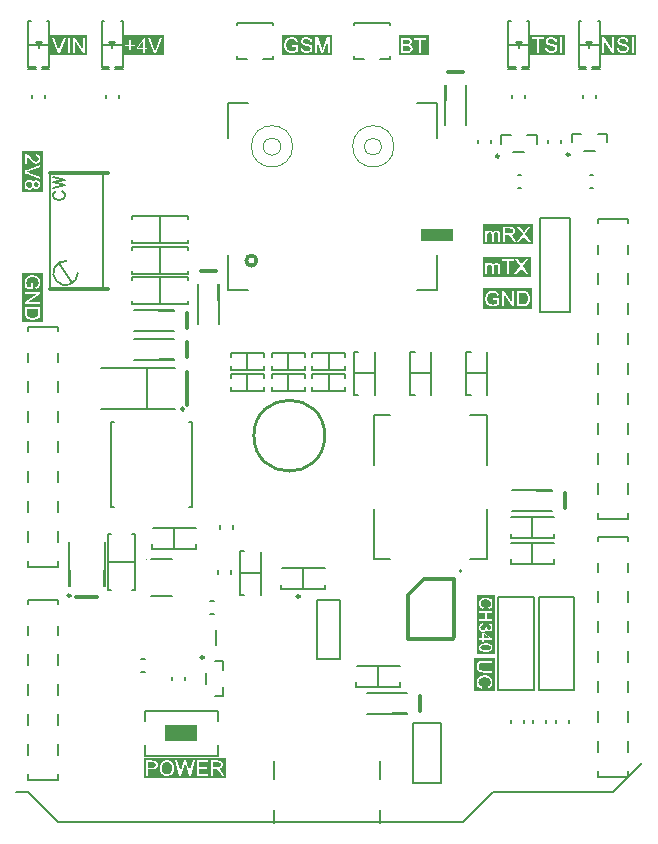
<source format=gbr>
G04*
G04 #@! TF.GenerationSoftware,Altium Limited,Altium Designer,24.2.2 (26)*
G04*
G04 Layer_Color=65535*
%FSLAX44Y44*%
%MOMM*%
G71*
G04*
G04 #@! TF.SameCoordinates,1E054471-4286-4940-991A-2DB9724D60F8*
G04*
G04*
G04 #@! TF.FilePolarity,Positive*
G04*
G01*
G75*
%ADD10C,0.2500*%
%ADD11C,0.2540*%
%ADD12C,0.1270*%
%ADD13C,0.1000*%
%ADD14C,0.2000*%
%ADD15C,0.3000*%
%ADD16C,0.1500*%
%ADD17C,0.1778*%
%ADD18C,0.3048*%
%ADD19C,0.2032*%
%ADD20R,2.8000X1.4000*%
%ADD21R,2.7178X0.9906*%
G36*
X438736Y492760D02*
X396240D01*
Y509574D01*
X438736D01*
Y492760D01*
D02*
G37*
G36*
X436755Y465455D02*
X396240D01*
Y482268D01*
X436755D01*
Y465455D01*
D02*
G37*
G36*
X438125Y438150D02*
X396240D01*
Y455408D01*
X438125D01*
Y438150D01*
D02*
G37*
G36*
X406360Y114502D02*
X389102D01*
Y142240D01*
X406360D01*
Y114502D01*
D02*
G37*
G36*
Y145733D02*
X391102D01*
Y195580D01*
X406360D01*
Y145733D01*
D02*
G37*
G36*
X23608Y468630D02*
Y426745D01*
X6350D01*
Y468630D01*
X23608D01*
D02*
G37*
G36*
X23441Y536948D02*
X6350D01*
Y571500D01*
X23441D01*
Y536948D01*
D02*
G37*
G36*
X179213Y40640D02*
X109220D01*
Y57898D01*
X179213D01*
Y40640D01*
D02*
G37*
G36*
X526168Y652780D02*
X495300D01*
Y670038D01*
X526168D01*
Y652780D01*
D02*
G37*
G36*
X465441D02*
X435610D01*
Y670038D01*
X465441D01*
Y652780D01*
D02*
G37*
G36*
X350322D02*
X325120D01*
Y669594D01*
X350322D01*
Y652780D01*
D02*
G37*
G36*
X268538D02*
X226060D01*
Y670038D01*
X268538D01*
Y652780D01*
D02*
G37*
G36*
X126678D02*
X91440D01*
Y669594D01*
X126678D01*
Y652780D01*
D02*
G37*
G36*
X61540D02*
X29210D01*
Y669594D01*
X61540D01*
Y652780D01*
D02*
G37*
%LPC*%
G36*
X436384Y507574D02*
X434533D01*
X431977Y504166D01*
X431755Y503889D01*
X431570Y503629D01*
X431385Y503370D01*
X431237Y503167D01*
X431107Y502981D01*
X431014Y502833D01*
X430959Y502759D01*
X430940Y502722D01*
X430811Y502944D01*
X430663Y503185D01*
X430496Y503444D01*
X430329Y503703D01*
X430163Y503926D01*
X430051Y504111D01*
X429996Y504185D01*
X429959Y504240D01*
X429922Y504259D01*
Y504277D01*
X427589Y507574D01*
X425570D01*
X429940Y501389D01*
X424996Y494760D01*
X427033D01*
X430274Y499204D01*
X430348Y499315D01*
X430440Y499445D01*
X430644Y499741D01*
X430737Y499889D01*
X430811Y500000D01*
X430866Y500074D01*
X430885Y500093D01*
X431070Y499815D01*
X431237Y499556D01*
X431311Y499463D01*
X431348Y499389D01*
X431385Y499334D01*
X431403Y499315D01*
X434644Y494760D01*
X436736D01*
X431940Y501482D01*
X436384Y507574D01*
D02*
G37*
G36*
X408109Y504259D02*
X407980D01*
X407646Y504240D01*
X407350Y504185D01*
X407054Y504111D01*
X406776Y504000D01*
X406517Y503870D01*
X406276Y503741D01*
X406073Y503592D01*
X405869Y503444D01*
X405684Y503278D01*
X405536Y503130D01*
X405406Y503000D01*
X405295Y502870D01*
X405202Y502759D01*
X405147Y502685D01*
X405110Y502630D01*
X405091Y502611D01*
X404980Y502889D01*
X404832Y503130D01*
X404665Y503333D01*
X404517Y503500D01*
X404369Y503648D01*
X404258Y503741D01*
X404184Y503796D01*
X404147Y503815D01*
X403888Y503963D01*
X403610Y504074D01*
X403332Y504148D01*
X403054Y504203D01*
X402832Y504240D01*
X402628Y504259D01*
X402462D01*
X402128Y504240D01*
X401814Y504185D01*
X401536Y504129D01*
X401295Y504055D01*
X401092Y503963D01*
X400943Y503907D01*
X400851Y503852D01*
X400814Y503833D01*
X400555Y503666D01*
X400332Y503481D01*
X400129Y503296D01*
X399962Y503111D01*
X399832Y502963D01*
X399721Y502833D01*
X399666Y502759D01*
X399647Y502722D01*
Y504055D01*
X398240D01*
Y494760D01*
X399814D01*
Y499574D01*
X399832Y500019D01*
X399851Y500408D01*
X399888Y500741D01*
X399944Y501019D01*
X399999Y501222D01*
X400036Y501370D01*
X400055Y501463D01*
X400073Y501500D01*
X400184Y501741D01*
X400314Y501944D01*
X400443Y502130D01*
X400573Y502278D01*
X400703Y502389D01*
X400795Y502463D01*
X400869Y502519D01*
X400888Y502537D01*
X401110Y502648D01*
X401314Y502741D01*
X401536Y502796D01*
X401721Y502852D01*
X401869Y502870D01*
X401999Y502889D01*
X402110D01*
X402425Y502870D01*
X402684Y502815D01*
X402906Y502722D01*
X403073Y502630D01*
X403202Y502519D01*
X403295Y502444D01*
X403351Y502370D01*
X403369Y502352D01*
X403499Y502130D01*
X403591Y501889D01*
X403665Y501630D01*
X403702Y501370D01*
X403739Y501148D01*
X403758Y500945D01*
Y500871D01*
Y500833D01*
Y500796D01*
Y500778D01*
Y494760D01*
X405332D01*
Y500148D01*
X405369Y500648D01*
X405443Y501074D01*
X405536Y501426D01*
X405665Y501722D01*
X405776Y501944D01*
X405887Y502093D01*
X405961Y502185D01*
X405980Y502222D01*
X406239Y502444D01*
X406517Y502611D01*
X406795Y502722D01*
X407054Y502815D01*
X407276Y502852D01*
X407461Y502870D01*
X407535Y502889D01*
X407628D01*
X407832Y502870D01*
X407998Y502852D01*
X408165Y502815D01*
X408294Y502759D01*
X408424Y502704D01*
X408498Y502667D01*
X408554Y502648D01*
X408572Y502630D01*
X408720Y502519D01*
X408831Y502407D01*
X408924Y502296D01*
X408998Y502185D01*
X409054Y502093D01*
X409091Y502019D01*
X409128Y501963D01*
Y501944D01*
X409183Y501778D01*
X409220Y501556D01*
X409239Y501333D01*
X409257Y501111D01*
X409276Y500908D01*
Y500741D01*
Y500630D01*
Y500611D01*
Y500593D01*
Y494760D01*
X410850D01*
Y501426D01*
X410813Y501685D01*
X410776Y501944D01*
X410739Y502167D01*
X410683Y502389D01*
X410609Y502574D01*
X410554Y502741D01*
X410480Y502907D01*
X410405Y503037D01*
X410350Y503167D01*
X410220Y503333D01*
X410146Y503444D01*
X410109Y503481D01*
X409813Y503741D01*
X409461Y503926D01*
X409109Y504074D01*
X408776Y504166D01*
X408461Y504222D01*
X408331Y504240D01*
X408202D01*
X408109Y504259D01*
D02*
G37*
G36*
X419349Y507574D02*
X413405D01*
Y494760D01*
X415109D01*
Y500445D01*
X417294D01*
X417497Y500426D01*
X417645D01*
X417775Y500408D01*
X417868Y500389D01*
X417942D01*
X417979Y500370D01*
X417997D01*
X418293Y500278D01*
X418423Y500222D01*
X418534Y500167D01*
X418645Y500111D01*
X418719Y500074D01*
X418756Y500056D01*
X418775Y500037D01*
X418923Y499926D01*
X419071Y499796D01*
X419349Y499519D01*
X419478Y499389D01*
X419571Y499278D01*
X419627Y499204D01*
X419645Y499185D01*
X419830Y498926D01*
X420034Y498648D01*
X420238Y498352D01*
X420441Y498074D01*
X420608Y497815D01*
X420738Y497612D01*
X420793Y497537D01*
X420830Y497482D01*
X420867Y497445D01*
Y497426D01*
X422552Y494760D01*
X424663D01*
X422460Y498241D01*
X422201Y498611D01*
X421960Y498945D01*
X421719Y499222D01*
X421515Y499482D01*
X421330Y499667D01*
X421182Y499815D01*
X421090Y499908D01*
X421052Y499945D01*
X420904Y500056D01*
X420738Y500185D01*
X420404Y500389D01*
X420256Y500463D01*
X420145Y500537D01*
X420071Y500574D01*
X420034Y500593D01*
X420367Y500648D01*
X420682Y500704D01*
X420960Y500796D01*
X421238Y500871D01*
X421478Y500963D01*
X421701Y501074D01*
X421904Y501167D01*
X422089Y501259D01*
X422238Y501370D01*
X422386Y501463D01*
X422497Y501537D01*
X422589Y501611D01*
X422663Y501667D01*
X422719Y501722D01*
X422738Y501741D01*
X422756Y501759D01*
X422904Y501944D01*
X423052Y502130D01*
X423274Y502519D01*
X423423Y502907D01*
X423534Y503278D01*
X423608Y503592D01*
X423626Y503722D01*
Y503852D01*
X423645Y503944D01*
Y504018D01*
Y504055D01*
Y504074D01*
X423626Y504463D01*
X423571Y504814D01*
X423478Y505148D01*
X423386Y505426D01*
X423274Y505666D01*
X423200Y505851D01*
X423126Y505962D01*
X423108Y505981D01*
Y506000D01*
X422886Y506296D01*
X422663Y506555D01*
X422423Y506777D01*
X422201Y506944D01*
X421997Y507074D01*
X421830Y507148D01*
X421719Y507203D01*
X421701Y507222D01*
X421682D01*
X421515Y507277D01*
X421312Y507333D01*
X420904Y507425D01*
X420460Y507481D01*
X420053Y507536D01*
X419664Y507555D01*
X419497D01*
X419349Y507574D01*
D02*
G37*
%LPD*%
G36*
X419645Y506129D02*
X420071Y506055D01*
X420441Y505962D01*
X420719Y505851D01*
X420960Y505740D01*
X421108Y505648D01*
X421201Y505574D01*
X421238Y505555D01*
X421460Y505314D01*
X421627Y505074D01*
X421738Y504814D01*
X421830Y504592D01*
X421867Y504370D01*
X421886Y504203D01*
X421904Y504092D01*
Y504074D01*
Y504055D01*
X421886Y503833D01*
X421849Y503611D01*
X421793Y503426D01*
X421738Y503259D01*
X421664Y503111D01*
X421608Y503000D01*
X421571Y502926D01*
X421552Y502907D01*
X421423Y502722D01*
X421256Y502556D01*
X421090Y502426D01*
X420923Y502315D01*
X420775Y502241D01*
X420664Y502185D01*
X420589Y502148D01*
X420552Y502130D01*
X420293Y502056D01*
X419997Y502000D01*
X419701Y501963D01*
X419404Y501944D01*
X419145Y501926D01*
X418923Y501907D01*
X415109D01*
Y506148D01*
X419145D01*
X419645Y506129D01*
D02*
G37*
%LPC*%
G36*
X434403Y480269D02*
X432551D01*
X429996Y476861D01*
X429774Y476584D01*
X429589Y476324D01*
X429403Y476065D01*
X429255Y475862D01*
X429126Y475676D01*
X429033Y475528D01*
X428978Y475454D01*
X428959Y475417D01*
X428829Y475639D01*
X428681Y475880D01*
X428515Y476139D01*
X428348Y476399D01*
X428181Y476621D01*
X428070Y476806D01*
X428015Y476880D01*
X427978Y476936D01*
X427941Y476954D01*
Y476973D01*
X425607Y480269D01*
X423589D01*
X427959Y474084D01*
X423015Y467455D01*
X425052D01*
X428292Y471899D01*
X428367Y472010D01*
X428459Y472140D01*
X428663Y472436D01*
X428755Y472584D01*
X428829Y472695D01*
X428885Y472769D01*
X428904Y472788D01*
X429089Y472510D01*
X429255Y472251D01*
X429329Y472158D01*
X429366Y472084D01*
X429403Y472029D01*
X429422Y472010D01*
X432662Y467455D01*
X434755D01*
X429959Y474176D01*
X434403Y480269D01*
D02*
G37*
G36*
X408109Y476954D02*
X407980D01*
X407646Y476936D01*
X407350Y476880D01*
X407054Y476806D01*
X406776Y476695D01*
X406517Y476565D01*
X406276Y476436D01*
X406073Y476287D01*
X405869Y476139D01*
X405684Y475973D01*
X405536Y475825D01*
X405406Y475695D01*
X405295Y475565D01*
X405202Y475454D01*
X405147Y475380D01*
X405110Y475325D01*
X405091Y475306D01*
X404980Y475584D01*
X404832Y475825D01*
X404665Y476028D01*
X404517Y476195D01*
X404369Y476343D01*
X404258Y476436D01*
X404184Y476491D01*
X404147Y476510D01*
X403888Y476658D01*
X403610Y476769D01*
X403332Y476843D01*
X403054Y476898D01*
X402832Y476936D01*
X402628Y476954D01*
X402462D01*
X402128Y476936D01*
X401814Y476880D01*
X401536Y476824D01*
X401295Y476750D01*
X401092Y476658D01*
X400943Y476602D01*
X400851Y476547D01*
X400814Y476528D01*
X400555Y476362D01*
X400332Y476176D01*
X400129Y475991D01*
X399962Y475806D01*
X399832Y475658D01*
X399721Y475528D01*
X399666Y475454D01*
X399647Y475417D01*
Y476750D01*
X398240D01*
Y467455D01*
X399814D01*
Y472269D01*
X399832Y472714D01*
X399851Y473103D01*
X399888Y473436D01*
X399944Y473714D01*
X399999Y473917D01*
X400036Y474065D01*
X400055Y474158D01*
X400073Y474195D01*
X400184Y474436D01*
X400314Y474639D01*
X400443Y474825D01*
X400573Y474973D01*
X400703Y475084D01*
X400795Y475158D01*
X400869Y475214D01*
X400888Y475232D01*
X401110Y475343D01*
X401314Y475436D01*
X401536Y475491D01*
X401721Y475547D01*
X401869Y475565D01*
X401999Y475584D01*
X402110D01*
X402425Y475565D01*
X402684Y475510D01*
X402906Y475417D01*
X403073Y475325D01*
X403202Y475214D01*
X403295Y475139D01*
X403351Y475065D01*
X403369Y475047D01*
X403499Y474825D01*
X403591Y474584D01*
X403665Y474325D01*
X403702Y474065D01*
X403739Y473843D01*
X403758Y473639D01*
Y473565D01*
Y473528D01*
Y473491D01*
Y473473D01*
Y467455D01*
X405332D01*
Y472843D01*
X405369Y473343D01*
X405443Y473769D01*
X405536Y474121D01*
X405665Y474417D01*
X405776Y474639D01*
X405887Y474788D01*
X405961Y474880D01*
X405980Y474917D01*
X406239Y475139D01*
X406517Y475306D01*
X406795Y475417D01*
X407054Y475510D01*
X407276Y475547D01*
X407461Y475565D01*
X407535Y475584D01*
X407628D01*
X407832Y475565D01*
X407998Y475547D01*
X408165Y475510D01*
X408294Y475454D01*
X408424Y475399D01*
X408498Y475362D01*
X408554Y475343D01*
X408572Y475325D01*
X408720Y475214D01*
X408831Y475102D01*
X408924Y474991D01*
X408998Y474880D01*
X409054Y474788D01*
X409091Y474714D01*
X409128Y474658D01*
Y474639D01*
X409183Y474473D01*
X409220Y474251D01*
X409239Y474028D01*
X409257Y473806D01*
X409276Y473602D01*
Y473436D01*
Y473325D01*
Y473306D01*
Y473288D01*
Y467455D01*
X410850D01*
Y474121D01*
X410813Y474380D01*
X410776Y474639D01*
X410739Y474862D01*
X410683Y475084D01*
X410609Y475269D01*
X410554Y475436D01*
X410480Y475602D01*
X410405Y475732D01*
X410350Y475862D01*
X410220Y476028D01*
X410146Y476139D01*
X410109Y476176D01*
X409813Y476436D01*
X409461Y476621D01*
X409109Y476769D01*
X408776Y476861D01*
X408461Y476917D01*
X408331Y476936D01*
X408202D01*
X408109Y476954D01*
D02*
G37*
G36*
X422571Y480269D02*
X412424D01*
Y478750D01*
X416646D01*
Y467455D01*
X418349D01*
Y478750D01*
X422571D01*
Y480269D01*
D02*
G37*
G36*
X404888Y453408D02*
X404295D01*
X403962Y453371D01*
X403313Y453278D01*
X403017Y453223D01*
X402739Y453149D01*
X402480Y453093D01*
X402240Y453019D01*
X402017Y452945D01*
X401832Y452871D01*
X401666Y452797D01*
X401517Y452741D01*
X401406Y452686D01*
X401332Y452649D01*
X401277Y452630D01*
X401258Y452612D01*
X400999Y452445D01*
X400740Y452278D01*
X400295Y451889D01*
X399907Y451501D01*
X399592Y451093D01*
X399333Y450742D01*
X399240Y450593D01*
X399166Y450445D01*
X399092Y450334D01*
X399055Y450260D01*
X399036Y450205D01*
X399018Y450186D01*
X398759Y449575D01*
X398573Y448964D01*
X398425Y448371D01*
X398388Y448094D01*
X398333Y447834D01*
X398314Y447594D01*
X398277Y447390D01*
X398259Y447186D01*
Y447020D01*
X398240Y446890D01*
Y446705D01*
X398277Y446020D01*
X398370Y445372D01*
X398425Y445075D01*
X398481Y444798D01*
X398555Y444520D01*
X398629Y444279D01*
X398703Y444057D01*
X398777Y443872D01*
X398833Y443687D01*
X398888Y443557D01*
X398944Y443427D01*
X398981Y443353D01*
X399018Y443298D01*
Y443279D01*
X399351Y442742D01*
X399721Y442279D01*
X400110Y441872D01*
X400480Y441539D01*
X400832Y441279D01*
X400962Y441187D01*
X401092Y441094D01*
X401203Y441039D01*
X401277Y440983D01*
X401332Y440965D01*
X401351Y440946D01*
X401647Y440798D01*
X401943Y440687D01*
X402536Y440483D01*
X403110Y440354D01*
X403647Y440243D01*
X403888Y440224D01*
X404110Y440187D01*
X404313Y440168D01*
X404480D01*
X404610Y440150D01*
X404795D01*
X405313Y440168D01*
X405813Y440224D01*
X406276Y440317D01*
X406684Y440409D01*
X406850Y440446D01*
X407017Y440483D01*
X407165Y440539D01*
X407295Y440576D01*
X407387Y440613D01*
X407461Y440631D01*
X407498Y440650D01*
X407517D01*
X408017Y440854D01*
X408480Y441094D01*
X408924Y441354D01*
X409313Y441594D01*
X409480Y441705D01*
X409646Y441816D01*
X409776Y441909D01*
X409887Y441983D01*
X409980Y442057D01*
X410054Y442113D01*
X410091Y442131D01*
X410109Y442150D01*
Y446909D01*
X404665D01*
Y445390D01*
X408443D01*
Y442983D01*
X408220Y442798D01*
X407961Y442631D01*
X407683Y442483D01*
X407424Y442354D01*
X407202Y442242D01*
X406998Y442150D01*
X406924Y442113D01*
X406887Y442094D01*
X406850Y442076D01*
X406832D01*
X406443Y441946D01*
X406054Y441835D01*
X405702Y441761D01*
X405369Y441724D01*
X405091Y441687D01*
X404980D01*
X404869Y441668D01*
X404684D01*
X404221Y441687D01*
X403777Y441761D01*
X403369Y441853D01*
X402999Y441946D01*
X402702Y442057D01*
X402573Y442094D01*
X402480Y442131D01*
X402388Y442168D01*
X402332Y442205D01*
X402295Y442224D01*
X402277D01*
X401888Y442465D01*
X401536Y442724D01*
X401240Y443002D01*
X400999Y443279D01*
X400795Y443539D01*
X400666Y443742D01*
X400610Y443816D01*
X400592Y443872D01*
X400555Y443909D01*
Y443927D01*
X400369Y444390D01*
X400221Y444872D01*
X400129Y445353D01*
X400055Y445816D01*
X400036Y446020D01*
X400018Y446205D01*
X399999Y446390D01*
Y446538D01*
X399981Y446649D01*
Y446742D01*
Y446797D01*
Y446816D01*
X399999Y447334D01*
X400055Y447797D01*
X400129Y448242D01*
X400221Y448631D01*
X400258Y448797D01*
X400314Y448945D01*
X400351Y449075D01*
X400388Y449186D01*
X400425Y449279D01*
X400443Y449334D01*
X400462Y449371D01*
Y449390D01*
X400592Y449649D01*
X400721Y449890D01*
X400851Y450112D01*
X400980Y450297D01*
X401092Y450445D01*
X401184Y450575D01*
X401258Y450649D01*
X401277Y450667D01*
X401480Y450871D01*
X401703Y451056D01*
X401943Y451204D01*
X402165Y451353D01*
X402351Y451445D01*
X402499Y451538D01*
X402610Y451575D01*
X402647Y451593D01*
X402980Y451723D01*
X403313Y451815D01*
X403665Y451871D01*
X403980Y451927D01*
X404258Y451945D01*
X404369D01*
X404462Y451964D01*
X404665D01*
X405017Y451945D01*
X405350Y451908D01*
X405647Y451852D01*
X405906Y451797D01*
X406128Y451723D01*
X406295Y451667D01*
X406387Y451630D01*
X406424Y451612D01*
X406702Y451482D01*
X406943Y451334D01*
X407165Y451186D01*
X407332Y451038D01*
X407461Y450908D01*
X407572Y450816D01*
X407628Y450742D01*
X407646Y450723D01*
X407813Y450501D01*
X407943Y450242D01*
X408072Y450001D01*
X408183Y449742D01*
X408257Y449519D01*
X408313Y449353D01*
X408331Y449279D01*
X408350Y449223D01*
X408369Y449205D01*
Y449186D01*
X409906Y449594D01*
X409776Y450056D01*
X409609Y450464D01*
X409442Y450834D01*
X409294Y451130D01*
X409146Y451371D01*
X409035Y451538D01*
X408961Y451649D01*
X408924Y451686D01*
X408665Y451982D01*
X408387Y452223D01*
X408091Y452445D01*
X407813Y452630D01*
X407554Y452760D01*
X407350Y452871D01*
X407276Y452908D01*
X407220Y452926D01*
X407183Y452945D01*
X407165D01*
X406739Y453093D01*
X406295Y453204D01*
X405887Y453297D01*
X405499Y453352D01*
X405147Y453389D01*
X404999D01*
X404888Y453408D01*
D02*
G37*
G36*
X422682Y453186D02*
X421052D01*
Y443113D01*
X414331Y453186D01*
X412590D01*
Y440372D01*
X414220D01*
Y450427D01*
X420923Y440372D01*
X422682D01*
Y453186D01*
D02*
G37*
G36*
X430459D02*
X425533D01*
Y440372D01*
X430144D01*
X430570Y440391D01*
X430959Y440409D01*
X431311Y440446D01*
X431607Y440483D01*
X431866Y440520D01*
X432051Y440539D01*
X432107Y440557D01*
X432162Y440576D01*
X432199D01*
X432533Y440668D01*
X432829Y440780D01*
X433088Y440872D01*
X433310Y440983D01*
X433496Y441076D01*
X433625Y441150D01*
X433699Y441205D01*
X433736Y441224D01*
X433977Y441391D01*
X434181Y441594D01*
X434384Y441780D01*
X434551Y441965D01*
X434699Y442131D01*
X434810Y442261D01*
X434884Y442354D01*
X434903Y442391D01*
X435088Y442687D01*
X435273Y443002D01*
X435421Y443298D01*
X435532Y443594D01*
X435644Y443853D01*
X435718Y444057D01*
X435736Y444131D01*
X435755Y444187D01*
X435773Y444224D01*
Y444242D01*
X435884Y444687D01*
X435977Y445131D01*
X436032Y445557D01*
X436088Y445964D01*
X436106Y446316D01*
Y446464D01*
X436125Y446594D01*
Y446834D01*
X436106Y447464D01*
X436051Y448038D01*
X435958Y448557D01*
X435921Y448797D01*
X435866Y449001D01*
X435810Y449205D01*
X435773Y449371D01*
X435736Y449519D01*
X435681Y449649D01*
X435662Y449760D01*
X435625Y449834D01*
X435606Y449871D01*
Y449890D01*
X435403Y450371D01*
X435162Y450797D01*
X434903Y451167D01*
X434662Y451482D01*
X434440Y451741D01*
X434255Y451927D01*
X434181Y451982D01*
X434125Y452038D01*
X434107Y452056D01*
X434088Y452075D01*
X433792Y452315D01*
X433477Y452501D01*
X433162Y452667D01*
X432866Y452797D01*
X432607Y452889D01*
X432403Y452945D01*
X432329Y452982D01*
X432273D01*
X432237Y453000D01*
X432218D01*
X431903Y453056D01*
X431533Y453112D01*
X431162Y453149D01*
X430792Y453167D01*
X430459Y453186D01*
D02*
G37*
%LPD*%
G36*
X430440Y451649D02*
X430681D01*
X430903Y451630D01*
X431274Y451575D01*
X431570Y451538D01*
X431811Y451482D01*
X431977Y451427D01*
X432070Y451408D01*
X432107Y451390D01*
X432440Y451223D01*
X432755Y451019D01*
X433033Y450779D01*
X433273Y450538D01*
X433459Y450316D01*
X433607Y450130D01*
X433644Y450056D01*
X433681Y450001D01*
X433718Y449964D01*
Y449945D01*
X433829Y449742D01*
X433940Y449501D01*
X434107Y449019D01*
X434218Y448501D01*
X434310Y448001D01*
X434329Y447779D01*
X434347Y447557D01*
X434366Y447371D01*
Y447205D01*
X434384Y447057D01*
Y446964D01*
Y446890D01*
Y446871D01*
X434366Y446353D01*
X434329Y445872D01*
X434273Y445446D01*
X434218Y445075D01*
X434181Y444927D01*
X434144Y444798D01*
X434107Y444668D01*
X434088Y444576D01*
X434070Y444501D01*
X434051Y444446D01*
X434033Y444409D01*
Y444390D01*
X433903Y444039D01*
X433755Y443724D01*
X433588Y443446D01*
X433440Y443205D01*
X433310Y443020D01*
X433199Y442891D01*
X433125Y442816D01*
X433107Y442779D01*
X432922Y442631D01*
X432736Y442502D01*
X432551Y442391D01*
X432366Y442279D01*
X432199Y442205D01*
X432070Y442150D01*
X431977Y442131D01*
X431940Y442113D01*
X431662Y442039D01*
X431329Y441983D01*
X430996Y441946D01*
X430681Y441928D01*
X430403Y441909D01*
X430274Y441891D01*
X427237D01*
Y451667D01*
X430200D01*
X430440Y451649D01*
D02*
G37*
%LPC*%
G36*
X404138Y140240D02*
X396361D01*
X396009Y140222D01*
X395676Y140203D01*
X395361Y140166D01*
X395083Y140129D01*
X394824Y140092D01*
X394583Y140036D01*
X394361Y139999D01*
X394157Y139962D01*
X393991Y139907D01*
X393842Y139870D01*
X393731Y139833D01*
X393639Y139796D01*
X393565Y139777D01*
X393528Y139759D01*
X393509D01*
X393102Y139555D01*
X392731Y139296D01*
X392435Y139036D01*
X392176Y138759D01*
X391972Y138518D01*
X391824Y138314D01*
X391787Y138240D01*
X391750Y138185D01*
X391713Y138148D01*
Y138129D01*
X391509Y137666D01*
X391361Y137185D01*
X391250Y136685D01*
X391176Y136222D01*
X391157Y136018D01*
X391139Y135815D01*
X391120Y135629D01*
Y135481D01*
X391102Y135352D01*
Y135185D01*
X391139Y134518D01*
X391176Y134222D01*
X391213Y133944D01*
X391269Y133667D01*
X391324Y133426D01*
X391380Y133204D01*
X391454Y133000D01*
X391528Y132815D01*
X391583Y132667D01*
X391639Y132519D01*
X391694Y132408D01*
X391750Y132315D01*
X391768Y132259D01*
X391805Y132222D01*
Y132204D01*
X392083Y131796D01*
X392398Y131463D01*
X392694Y131204D01*
X392991Y130982D01*
X393250Y130815D01*
X393453Y130704D01*
X393528Y130667D01*
X393583Y130630D01*
X393620Y130611D01*
X393639D01*
X393861Y130537D01*
X394102Y130463D01*
X394602Y130352D01*
X395120Y130278D01*
X395620Y130223D01*
X395842Y130204D01*
X396064Y130185D01*
X396250D01*
X396416Y130167D01*
X391102D01*
X404138D01*
Y140240D01*
D02*
G37*
G36*
X398027Y127834D02*
X391102D01*
Y116502D01*
D01*
Y121816D01*
X391120Y121446D01*
X391157Y121094D01*
X391194Y120760D01*
X391269Y120446D01*
X391361Y120149D01*
X391454Y119872D01*
X391546Y119613D01*
X391657Y119372D01*
X391750Y119168D01*
X391842Y118964D01*
X391935Y118816D01*
X392028Y118668D01*
X392102Y118576D01*
X392139Y118483D01*
X392176Y118446D01*
X392194Y118427D01*
X392417Y118168D01*
X392639Y117946D01*
X392898Y117742D01*
X393157Y117539D01*
X393676Y117205D01*
X394194Y116946D01*
X394435Y116835D01*
X394657Y116742D01*
X394861Y116668D01*
X395027Y116613D01*
X395176Y116557D01*
X395287Y116520D01*
X395361Y116502D01*
X391102D01*
X404360D01*
X395379D01*
X395805Y118205D01*
X395509Y118279D01*
X395231Y118372D01*
X394972Y118464D01*
X394731Y118557D01*
X394509Y118668D01*
X394324Y118779D01*
X394139Y118909D01*
X393972Y119020D01*
X393824Y119113D01*
X393713Y119224D01*
X393602Y119316D01*
X393509Y119390D01*
X393453Y119464D01*
X393398Y119520D01*
X393379Y119538D01*
X393361Y119557D01*
X393213Y119742D01*
X393102Y119946D01*
X392898Y120353D01*
X392750Y120742D01*
X392657Y121131D01*
X392583Y121464D01*
X392565Y121594D01*
Y121723D01*
X392546Y121834D01*
Y121964D01*
X392565Y122390D01*
X392639Y122797D01*
X392731Y123168D01*
X392842Y123501D01*
X392953Y123760D01*
X393009Y123871D01*
X393046Y123964D01*
X393083Y124038D01*
X393120Y124094D01*
X393139Y124131D01*
Y124149D01*
X393398Y124501D01*
X393676Y124797D01*
X393991Y125056D01*
X394287Y125260D01*
X394546Y125427D01*
X394768Y125538D01*
X394861Y125575D01*
X394916Y125612D01*
X394953Y125630D01*
X394972D01*
X395453Y125779D01*
X395935Y125890D01*
X396416Y125982D01*
X396861Y126038D01*
X397064Y126056D01*
X397249Y126075D01*
X397416D01*
X397546Y126093D01*
X397657D01*
X397749D01*
X397805D01*
X397823D01*
X398305Y126075D01*
X398749Y126038D01*
X399157Y125964D01*
X399527Y125890D01*
X399842Y125834D01*
X399971Y125797D01*
X400082Y125760D01*
X400175Y125742D01*
X400231Y125723D01*
X400268Y125704D01*
X400286D01*
X400712Y125519D01*
X401101Y125316D01*
X401416Y125093D01*
X401693Y124853D01*
X401916Y124649D01*
X402064Y124482D01*
X402156Y124353D01*
X402193Y124334D01*
Y124316D01*
X402434Y123927D01*
X402619Y123501D01*
X402749Y123094D01*
X402823Y122705D01*
X402878Y122353D01*
X402897Y122205D01*
Y122075D01*
X402915Y121983D01*
Y121834D01*
X402897Y121372D01*
X402823Y120946D01*
X402712Y120594D01*
X402601Y120279D01*
X402471Y120038D01*
X402379Y119853D01*
X402304Y119742D01*
X402267Y119705D01*
X401990Y119409D01*
X401675Y119131D01*
X401342Y118909D01*
X401008Y118724D01*
X400712Y118576D01*
X400564Y118520D01*
X400453Y118483D01*
X400360Y118446D01*
X400286Y118409D01*
X400249Y118390D01*
X400231D01*
X400619Y116724D01*
X400953Y116835D01*
X401249Y116946D01*
X401527Y117094D01*
X401805Y117224D01*
X402045Y117372D01*
X402267Y117539D01*
X402490Y117687D01*
X402675Y117835D01*
X402823Y117983D01*
X402971Y118113D01*
X403101Y118242D01*
X403193Y118335D01*
X403286Y118427D01*
X403341Y118502D01*
X403360Y118539D01*
X403378Y118557D01*
X403545Y118816D01*
X403712Y119075D01*
X403841Y119335D01*
X403952Y119613D01*
X404119Y120168D01*
X404230Y120668D01*
X404286Y120909D01*
X404304Y121112D01*
X404323Y121316D01*
X404341Y121483D01*
X404360Y121612D01*
Y121798D01*
X404323Y122409D01*
X404230Y123001D01*
X404119Y123519D01*
X404045Y123760D01*
X403971Y123982D01*
X403897Y124186D01*
X403823Y124371D01*
X403767Y124519D01*
X403712Y124668D01*
X403656Y124760D01*
X403619Y124834D01*
X403601Y124890D01*
X403582Y124908D01*
X403267Y125408D01*
X402897Y125834D01*
X402527Y126204D01*
X402156Y126519D01*
X401823Y126760D01*
X401675Y126853D01*
X401545Y126927D01*
X401453Y127001D01*
X401379Y127038D01*
X401323Y127056D01*
X401305Y127075D01*
X400731Y127334D01*
X400138Y127519D01*
X399546Y127649D01*
X399008Y127741D01*
X398768Y127778D01*
X398527Y127797D01*
X398342Y127815D01*
X398157D01*
X398027Y127834D01*
D02*
G37*
%LPD*%
G36*
X404138Y131870D02*
X396731D01*
X396305D01*
X395898Y131908D01*
X395546Y131945D01*
X395213Y132000D01*
X394916Y132056D01*
X394639Y132130D01*
X394398Y132185D01*
X394194Y132259D01*
X394027Y132333D01*
X393861Y132408D01*
X393750Y132481D01*
X393639Y132537D01*
X393565Y132593D01*
X393509Y132630D01*
X393490Y132648D01*
X393472Y132667D01*
X393324Y132833D01*
X393194Y133019D01*
X392991Y133426D01*
X392842Y133852D01*
X392750Y134296D01*
X392676Y134704D01*
X392657Y134870D01*
Y135037D01*
X392639Y135148D01*
Y135333D01*
X392657Y135722D01*
X392713Y136074D01*
X392768Y136407D01*
X392861Y136666D01*
X392935Y136889D01*
X392991Y137055D01*
X393046Y137148D01*
X393065Y137185D01*
X393231Y137444D01*
X393435Y137666D01*
X393639Y137851D01*
X393824Y137981D01*
X394009Y138092D01*
X394139Y138185D01*
X394231Y138222D01*
X394268Y138240D01*
X394435Y138296D01*
X394602Y138333D01*
X394990Y138407D01*
X395398Y138462D01*
X395805Y138499D01*
X396157Y138518D01*
X396324D01*
X396453Y138537D01*
X396564D01*
X396657D01*
X396712D01*
X396731D01*
X404138D01*
Y131870D01*
D02*
G37*
G36*
X397157Y127797D02*
X396509Y127723D01*
X395935Y127630D01*
X395657Y127556D01*
X395416Y127501D01*
X395194Y127445D01*
X394990Y127371D01*
X394805Y127315D01*
X394657Y127278D01*
X394546Y127223D01*
X394453Y127204D01*
X394398Y127167D01*
X394379D01*
X393824Y126889D01*
X393324Y126575D01*
X392898Y126242D01*
X392731Y126075D01*
X392565Y125927D01*
X392417Y125779D01*
X392287Y125630D01*
X392176Y125501D01*
X392102Y125390D01*
X392028Y125316D01*
X391972Y125242D01*
X391954Y125204D01*
X391935Y125186D01*
X391787Y124927D01*
X391657Y124668D01*
X391454Y124112D01*
X391306Y123556D01*
X391213Y123020D01*
X391176Y122760D01*
X391139Y122538D01*
X391120Y122334D01*
Y122168D01*
X391102Y122020D01*
Y127834D01*
X397823D01*
X397157Y127797D01*
D02*
G37*
%LPC*%
G36*
X404360Y193580D02*
D01*
Y188454D01*
X404328Y188973D01*
X404250Y189476D01*
X404155Y189917D01*
X404092Y190121D01*
X404030Y190310D01*
X403967Y190483D01*
X403904Y190640D01*
X403857Y190766D01*
X403810Y190891D01*
X403762Y190970D01*
X403731Y191033D01*
X403715Y191080D01*
X403699Y191096D01*
X403432Y191520D01*
X403118Y191882D01*
X402803Y192196D01*
X402489Y192464D01*
X402206Y192668D01*
X402080Y192747D01*
X401970Y192810D01*
X401891Y192873D01*
X401828Y192904D01*
X401781Y192920D01*
X401766Y192935D01*
X401278Y193155D01*
X400775Y193313D01*
X400272Y193423D01*
X399816Y193501D01*
X399612Y193533D01*
X399407Y193549D01*
X399250Y193564D01*
X399093D01*
X398983Y193580D01*
X404360D01*
X393102D01*
X398810D01*
X398244Y193549D01*
X397693Y193486D01*
X397206Y193407D01*
X396970Y193344D01*
X396766Y193297D01*
X396577Y193250D01*
X396404Y193187D01*
X396247Y193140D01*
X396121Y193108D01*
X396027Y193061D01*
X395948Y193045D01*
X395901Y193014D01*
X395885D01*
X395414Y192778D01*
X394989Y192511D01*
X394627Y192228D01*
X394486Y192086D01*
X394344Y191961D01*
X394219Y191835D01*
X394109Y191709D01*
X394014Y191599D01*
X393951Y191505D01*
X393889Y191442D01*
X393841Y191379D01*
X393826Y191347D01*
X393810Y191332D01*
X393684Y191112D01*
X393574Y190891D01*
X393401Y190420D01*
X393275Y189948D01*
X393197Y189492D01*
X393165Y189272D01*
X393134Y189083D01*
X393118Y188910D01*
Y188769D01*
X393102Y188643D01*
Y188470D01*
X393118Y188156D01*
X393150Y187857D01*
X393181Y187574D01*
X393244Y187307D01*
X393322Y187055D01*
X393401Y186819D01*
X393480Y186599D01*
X393574Y186395D01*
X393653Y186222D01*
X393731Y186049D01*
X393810Y185923D01*
X393889Y185797D01*
X393951Y185719D01*
X393983Y185640D01*
X394014Y185609D01*
X394030Y185593D01*
X394219Y185373D01*
X394407Y185184D01*
X394627Y185011D01*
X394848Y184838D01*
X395288Y184555D01*
X395728Y184335D01*
X395933Y184241D01*
X396121Y184162D01*
X396294Y184099D01*
X396436Y184052D01*
X396561Y184005D01*
X396656Y183974D01*
X396719Y183958D01*
X393102D01*
X396734D01*
X397096Y185404D01*
X396844Y185467D01*
X396609Y185546D01*
X396388Y185624D01*
X396184Y185703D01*
X395995Y185797D01*
X395838Y185892D01*
X395681Y186002D01*
X395539Y186096D01*
X395414Y186175D01*
X395319Y186269D01*
X395225Y186348D01*
X395146Y186411D01*
X395099Y186473D01*
X395052Y186521D01*
X395036Y186536D01*
X395020Y186552D01*
X394895Y186709D01*
X394800Y186882D01*
X394627Y187228D01*
X394502Y187558D01*
X394423Y187888D01*
X394360Y188171D01*
X394344Y188281D01*
Y188391D01*
X394329Y188486D01*
Y188596D01*
X394344Y188958D01*
X394407Y189303D01*
X394486Y189618D01*
X394580Y189901D01*
X394675Y190121D01*
X394722Y190215D01*
X394753Y190294D01*
X394785Y190357D01*
X394816Y190404D01*
X394832Y190436D01*
Y190451D01*
X395052Y190750D01*
X395288Y191001D01*
X395555Y191222D01*
X395807Y191395D01*
X396027Y191536D01*
X396216Y191630D01*
X396294Y191662D01*
X396341Y191693D01*
X396373Y191709D01*
X396388D01*
X396797Y191835D01*
X397206Y191929D01*
X397615Y192008D01*
X397992Y192055D01*
X398165Y192071D01*
X398322Y192086D01*
X398464D01*
X398574Y192102D01*
X398668D01*
X398747D01*
X398794D01*
X398810D01*
X399218Y192086D01*
X399596Y192055D01*
X399942Y191992D01*
X400256Y191929D01*
X400523Y191882D01*
X400634Y191850D01*
X400728Y191819D01*
X400807Y191803D01*
X400854Y191788D01*
X400885Y191772D01*
X400901D01*
X401262Y191615D01*
X401593Y191442D01*
X401860Y191253D01*
X402096Y191049D01*
X402284Y190876D01*
X402410Y190734D01*
X402489Y190624D01*
X402520Y190608D01*
Y190593D01*
X402725Y190263D01*
X402882Y189901D01*
X402992Y189555D01*
X403055Y189225D01*
X403102Y188926D01*
X403118Y188800D01*
Y188690D01*
X403133Y188612D01*
Y188486D01*
X403118Y188093D01*
X403055Y187731D01*
X402961Y187432D01*
X402866Y187165D01*
X402756Y186961D01*
X402677Y186804D01*
X402615Y186709D01*
X402583Y186678D01*
X402347Y186426D01*
X402080Y186190D01*
X401797Y186002D01*
X401514Y185844D01*
X401262Y185719D01*
X401137Y185672D01*
X401042Y185640D01*
X400964Y185609D01*
X400901Y185577D01*
X400869Y185562D01*
X400854D01*
X401184Y184146D01*
X401467Y184241D01*
X401718Y184335D01*
X401954Y184461D01*
X402190Y184571D01*
X402394Y184697D01*
X402583Y184838D01*
X402772Y184964D01*
X402929Y185090D01*
X403055Y185216D01*
X403181Y185326D01*
X403291Y185436D01*
X403369Y185514D01*
X403448Y185593D01*
X403495Y185656D01*
X403511Y185687D01*
X403526Y185703D01*
X403668Y185923D01*
X403810Y186143D01*
X403919Y186363D01*
X404014Y186599D01*
X404155Y187071D01*
X404250Y187495D01*
X404297Y187700D01*
X404313Y187873D01*
X404328Y188046D01*
X404344Y188187D01*
X404360Y188297D01*
Y183958D01*
D01*
Y193580D01*
D02*
G37*
G36*
X404171Y182134D02*
X393291D01*
Y180688D01*
X398417D01*
Y175059D01*
X393291D01*
Y173612D01*
X404171D01*
Y182134D01*
D02*
G37*
G36*
X404218Y171741D02*
D01*
Y168581D01*
X404187Y168801D01*
X404108Y169226D01*
X403982Y169587D01*
X403857Y169902D01*
X403778Y170043D01*
X403715Y170153D01*
X403652Y170263D01*
X403589Y170342D01*
X403542Y170405D01*
X403511Y170452D01*
X403495Y170483D01*
X403479Y170499D01*
X403181Y170798D01*
X402850Y171034D01*
X402505Y171222D01*
X402159Y171380D01*
X401860Y171474D01*
X401734Y171521D01*
X401624Y171553D01*
X401530Y171568D01*
X401467Y171584D01*
X401420Y171600D01*
X401404D01*
X401168Y170263D01*
X401514Y170201D01*
X401813Y170106D01*
X402064Y169996D01*
X402269Y169886D01*
X402426Y169776D01*
X402536Y169682D01*
X402615Y169619D01*
X402630Y169603D01*
X402788Y169399D01*
X402913Y169179D01*
X402992Y168974D01*
X403055Y168770D01*
X403086Y168581D01*
X403118Y168440D01*
Y168314D01*
X403102Y168031D01*
X403039Y167779D01*
X402961Y167559D01*
X402882Y167370D01*
X402788Y167229D01*
X402709Y167119D01*
X402646Y167040D01*
X402630Y167024D01*
X402442Y166852D01*
X402237Y166726D01*
X402033Y166647D01*
X401844Y166584D01*
X401671Y166553D01*
X401545Y166521D01*
X401451D01*
X401435D01*
X401420D01*
X401247D01*
X401090Y166553D01*
X400822Y166632D01*
X400586Y166742D01*
X400382Y166867D01*
X400240Y166993D01*
X400130Y167103D01*
X400067Y167182D01*
X400052Y167197D01*
Y167213D01*
X399910Y167481D01*
X399800Y167732D01*
X399722Y167999D01*
X399674Y168235D01*
X399643Y168440D01*
X399612Y168612D01*
Y168817D01*
X399627Y168880D01*
Y168958D01*
X398448Y169116D01*
X398495Y168911D01*
X398527Y168723D01*
X398558Y168565D01*
X398574Y168424D01*
X398590Y168314D01*
Y168172D01*
X398558Y167842D01*
X398495Y167543D01*
X398401Y167276D01*
X398291Y167056D01*
X398181Y166883D01*
X398087Y166757D01*
X398024Y166679D01*
X397992Y166647D01*
X397756Y166443D01*
X397505Y166286D01*
X397253Y166175D01*
X397002Y166113D01*
X396797Y166066D01*
X396624Y166050D01*
X396561Y166034D01*
X396514D01*
X396483D01*
X396467D01*
X396121Y166066D01*
X395807Y166144D01*
X395539Y166238D01*
X395304Y166364D01*
X395115Y166490D01*
X394973Y166584D01*
X394879Y166663D01*
X394848Y166694D01*
X394627Y166946D01*
X394470Y167213D01*
X394360Y167481D01*
X394282Y167732D01*
X394234Y167952D01*
X394219Y168125D01*
X394203Y168188D01*
Y168282D01*
X394219Y168565D01*
X394282Y168833D01*
X394360Y169069D01*
X394454Y169257D01*
X394533Y169414D01*
X394612Y169540D01*
X394675Y169603D01*
X394690Y169634D01*
X394911Y169823D01*
X395162Y169980D01*
X395429Y170122D01*
X395712Y170232D01*
X395948Y170311D01*
X396058Y170342D01*
X396153Y170358D01*
X396231Y170373D01*
X396294Y170389D01*
X396325Y170405D01*
X396341D01*
X396168Y171741D01*
X395917Y171710D01*
X395681Y171663D01*
X395241Y171521D01*
X394863Y171348D01*
X394706Y171254D01*
X394549Y171160D01*
X394407Y171065D01*
X394297Y170971D01*
X394187Y170892D01*
X394109Y170814D01*
X394046Y170767D01*
X393999Y170719D01*
X393967Y170688D01*
X393951Y170672D01*
X393810Y170483D01*
X393668Y170295D01*
X393558Y170106D01*
X393464Y169902D01*
X393307Y169509D01*
X393212Y169131D01*
X393181Y168958D01*
X393150Y168801D01*
X393134Y168660D01*
X393118Y168534D01*
X393102Y168440D01*
Y168298D01*
X393118Y167999D01*
X393150Y167732D01*
X393197Y167465D01*
X393260Y167213D01*
X393338Y166977D01*
X393417Y166773D01*
X393511Y166569D01*
X393605Y166396D01*
X393684Y166223D01*
X393778Y166081D01*
X393857Y165955D01*
X393936Y165861D01*
X393999Y165782D01*
X394046Y165720D01*
X394077Y165688D01*
X394093Y165672D01*
X394282Y165484D01*
X394486Y165326D01*
X394690Y165185D01*
X394895Y165059D01*
X395083Y164965D01*
X395288Y164870D01*
X395665Y164745D01*
X395838Y164713D01*
X395995Y164682D01*
X396137Y164650D01*
X396263Y164635D01*
X396357Y164619D01*
X396498D01*
X396876Y164635D01*
X397222Y164698D01*
X397520Y164792D01*
X397772Y164886D01*
X397976Y164981D01*
X398134Y165075D01*
X398228Y165138D01*
X398259Y165154D01*
X398495Y165374D01*
X398700Y165609D01*
X398857Y165861D01*
X398983Y166113D01*
X399077Y166333D01*
X399140Y166506D01*
X399156Y166569D01*
X399171Y166616D01*
X399187Y166647D01*
Y166663D01*
X399328Y166396D01*
X399470Y166175D01*
X399627Y165987D01*
X399769Y165830D01*
X399895Y165704D01*
X400005Y165609D01*
X400067Y165562D01*
X400099Y165547D01*
X400319Y165421D01*
X400539Y165326D01*
X400759Y165248D01*
X400964Y165201D01*
X401137Y165169D01*
X401262Y165154D01*
X401357D01*
X401388D01*
X401656Y165169D01*
X401923Y165216D01*
X402159Y165279D01*
X402363Y165358D01*
X402536Y165436D01*
X402677Y165499D01*
X402756Y165547D01*
X402788Y165562D01*
X403023Y165720D01*
X403228Y165908D01*
X403401Y166097D01*
X403558Y166286D01*
X403668Y166443D01*
X403762Y166584D01*
X403810Y166679D01*
X403825Y166694D01*
Y166710D01*
X403951Y166993D01*
X404045Y167276D01*
X404124Y167559D01*
X404171Y167811D01*
X404202Y168015D01*
X404218Y168188D01*
Y164619D01*
D01*
Y171741D01*
D02*
G37*
G36*
X404171Y163754D02*
D01*
Y158770D01*
X397127Y163754D01*
X395901D01*
Y159022D01*
X393291D01*
Y157685D01*
X395901D01*
Y156207D01*
X393291D01*
X404171D01*
Y163754D01*
D02*
G37*
G36*
X404218Y154839D02*
D01*
Y151286D01*
X404187Y151711D01*
X404124Y152104D01*
X404014Y152434D01*
X403904Y152717D01*
X403778Y152953D01*
X403731Y153047D01*
X403668Y153126D01*
X403637Y153189D01*
X403605Y153236D01*
X403574Y153251D01*
Y153267D01*
X403322Y153550D01*
X403023Y153786D01*
X402725Y153990D01*
X402442Y154148D01*
X402174Y154274D01*
X402064Y154336D01*
X401954Y154368D01*
X401876Y154399D01*
X401813Y154431D01*
X401781Y154446D01*
X401766D01*
X401530Y154509D01*
X401294Y154572D01*
X400775Y154667D01*
X400256Y154745D01*
X399769Y154792D01*
X399533Y154808D01*
X399328Y154824D01*
X399140D01*
X398967Y154839D01*
X393102D01*
X398652D01*
X398102Y154824D01*
X397583Y154792D01*
X397112Y154745D01*
X396671Y154667D01*
X396263Y154588D01*
X395901Y154494D01*
X395571Y154399D01*
X395288Y154305D01*
X395036Y154211D01*
X394816Y154101D01*
X394627Y154022D01*
X394486Y153943D01*
X394360Y153865D01*
X394282Y153818D01*
X394234Y153786D01*
X394219Y153770D01*
X394030Y153597D01*
X393857Y153409D01*
X393700Y153204D01*
X393574Y153000D01*
X393464Y152796D01*
X393370Y152591D01*
X393307Y152387D01*
X393244Y152198D01*
X393197Y152009D01*
X393165Y151837D01*
X393134Y151679D01*
X393118Y151553D01*
X393102Y151443D01*
Y151286D01*
X393134Y150862D01*
X393197Y150469D01*
X393307Y150139D01*
X393417Y149855D01*
X393527Y149620D01*
X393590Y149541D01*
X393637Y149462D01*
X393668Y149399D01*
X393700Y149352D01*
X393731Y149337D01*
Y149321D01*
X393999Y149038D01*
X394282Y148802D01*
X394596Y148598D01*
X394879Y148440D01*
X395146Y148315D01*
X395256Y148252D01*
X395366Y148220D01*
X395445Y148189D01*
X395508Y148157D01*
X395539Y148142D01*
X395555D01*
X395791Y148063D01*
X396027Y148000D01*
X396530Y147906D01*
X397049Y147827D01*
X397552Y147780D01*
X397772Y147764D01*
X397976Y147749D01*
X398165D01*
X398338Y147733D01*
X404218D01*
Y154839D01*
D02*
G37*
%LPD*%
G36*
X404171Y175059D02*
X399706D01*
Y180688D01*
X404171D01*
Y175059D01*
D02*
G37*
G36*
X402001Y159022D02*
X397127D01*
Y162449D01*
X402001Y159022D01*
D02*
G37*
G36*
X404171Y156207D02*
X397127D01*
Y157685D01*
X404171D01*
Y156207D01*
D02*
G37*
G36*
X399140Y153456D02*
X399580Y153440D01*
X399989Y153409D01*
X400366Y153362D01*
X400696Y153314D01*
X400995Y153251D01*
X401262Y153189D01*
X401498Y153126D01*
X401703Y153063D01*
X401876Y153016D01*
X402017Y152953D01*
X402143Y152906D01*
X402221Y152858D01*
X402284Y152827D01*
X402316Y152796D01*
X402332D01*
X402473Y152685D01*
X402599Y152576D01*
X402693Y152450D01*
X402788Y152324D01*
X402929Y152072D01*
X403023Y151837D01*
X403070Y151632D01*
X403102Y151459D01*
X403118Y151396D01*
Y151302D01*
X403102Y151129D01*
X403086Y150956D01*
X403039Y150799D01*
X402976Y150657D01*
X402835Y150390D01*
X402677Y150154D01*
X402505Y149981D01*
X402363Y149840D01*
X402300Y149793D01*
X402253Y149761D01*
X402237Y149730D01*
X402221D01*
X402033Y149620D01*
X401813Y149525D01*
X401561Y149431D01*
X401294Y149368D01*
X401011Y149305D01*
X400712Y149258D01*
X400115Y149179D01*
X399816Y149148D01*
X399549Y149132D01*
X399297Y149116D01*
X399093D01*
X398904Y149101D01*
X398763D01*
X398684D01*
X398668D01*
X398652D01*
X398165D01*
X397725Y149132D01*
X397332Y149164D01*
X396954Y149195D01*
X396640Y149242D01*
X396341Y149305D01*
X396090Y149368D01*
X395854Y149415D01*
X395665Y149478D01*
X395508Y149541D01*
X395366Y149588D01*
X395256Y149651D01*
X395178Y149683D01*
X395131Y149714D01*
X395099Y149745D01*
X395083D01*
X394926Y149871D01*
X394800Y149997D01*
X394675Y150123D01*
X394580Y150248D01*
X394423Y150516D01*
X394313Y150752D01*
X394250Y150972D01*
X394219Y151129D01*
X394203Y151192D01*
Y151286D01*
X394219Y151459D01*
X394234Y151616D01*
X394344Y151915D01*
X394486Y152182D01*
X394643Y152418D01*
X394800Y152591D01*
X394942Y152733D01*
X395052Y152811D01*
X395068Y152843D01*
X395083D01*
X395272Y152953D01*
X395492Y153047D01*
X395744Y153141D01*
X396011Y153204D01*
X396294Y153267D01*
X396593Y153314D01*
X397206Y153393D01*
X397489Y153425D01*
X397756Y153440D01*
X398008Y153456D01*
X398212D01*
X398401Y153472D01*
X398542D01*
X398621D01*
X398652D01*
X399140Y153456D01*
D02*
G37*
G36*
X404218Y147733D02*
X398951D01*
X399234Y147749D01*
X399486D01*
X399737Y147764D01*
X399957Y147796D01*
X400178Y147811D01*
X400366Y147827D01*
X400539Y147859D01*
X400696Y147874D01*
X400838Y147906D01*
X400948Y147922D01*
X401042Y147937D01*
X401121Y147953D01*
X401168Y147969D01*
X401199Y147985D01*
X401215D01*
X401561Y148079D01*
X401876Y148189D01*
X402143Y148315D01*
X402379Y148409D01*
X402583Y148519D01*
X402725Y148582D01*
X402803Y148645D01*
X402835Y148660D01*
X403070Y148834D01*
X403275Y149006D01*
X403448Y149195D01*
X403605Y149368D01*
X403715Y149525D01*
X403794Y149651D01*
X403841Y149730D01*
X403857Y149745D01*
Y149761D01*
X403982Y150013D01*
X404061Y150280D01*
X404124Y150532D01*
X404171Y150767D01*
X404202Y150972D01*
X404218Y151145D01*
Y147733D01*
D02*
G37*
%LPC*%
G36*
X15090Y466630D02*
X8350D01*
Y454761D01*
Y460075D01*
X8368Y459557D01*
X8424Y459057D01*
X8517Y458594D01*
X8609Y458186D01*
X8646Y458020D01*
X8683Y457853D01*
X8739Y457705D01*
X8776Y457575D01*
X8813Y457483D01*
X8831Y457409D01*
X8850Y457372D01*
Y457353D01*
X9054Y456853D01*
X9294Y456390D01*
X9554Y455946D01*
X9794Y455557D01*
X9905Y455390D01*
X10016Y455224D01*
X10109Y455094D01*
X10183Y454983D01*
X10257Y454891D01*
X10313Y454816D01*
X10331Y454779D01*
X10350Y454761D01*
X15109D01*
Y460205D01*
X13590D01*
Y456427D01*
X11183D01*
X10998Y456650D01*
X10831Y456909D01*
X10683Y457187D01*
X10553Y457446D01*
X10442Y457668D01*
X10350Y457872D01*
X10313Y457946D01*
X10294Y457983D01*
X10276Y458020D01*
Y458038D01*
X10146Y458427D01*
X10035Y458816D01*
X9961Y459168D01*
X9924Y459501D01*
X9887Y459779D01*
Y459890D01*
X9868Y460001D01*
Y460186D01*
X9887Y460649D01*
X9961Y461093D01*
X10053Y461501D01*
X10146Y461871D01*
X10257Y462168D01*
X10294Y462297D01*
X10331Y462390D01*
X10368Y462482D01*
X10405Y462538D01*
X10424Y462575D01*
Y462593D01*
X10665Y462982D01*
X10924Y463334D01*
X11202Y463630D01*
X11479Y463871D01*
X11739Y464075D01*
X11942Y464204D01*
X12016Y464260D01*
X12072Y464278D01*
X12109Y464315D01*
X12127D01*
X12590Y464501D01*
X13072Y464649D01*
X13553Y464741D01*
X14016Y464815D01*
X14220Y464834D01*
X14405Y464852D01*
X14590Y464871D01*
X14738D01*
X14849Y464889D01*
X14942D01*
X14998D01*
X15016D01*
X15534Y464871D01*
X15997Y464815D01*
X16442Y464741D01*
X16831Y464649D01*
X16997Y464612D01*
X17145Y464556D01*
X17275Y464519D01*
X17386Y464482D01*
X17479Y464445D01*
X17534Y464426D01*
X17571Y464408D01*
X17590D01*
X17849Y464278D01*
X18090Y464149D01*
X18312Y464019D01*
X18497Y463890D01*
X18645Y463778D01*
X18775Y463686D01*
X18849Y463612D01*
X18867Y463593D01*
X19071Y463390D01*
X19256Y463167D01*
X19404Y462927D01*
X19553Y462705D01*
X19645Y462519D01*
X19738Y462371D01*
X19775Y462260D01*
X19793Y462223D01*
X19923Y461890D01*
X20015Y461557D01*
X20071Y461205D01*
X20127Y460890D01*
X20145Y460612D01*
Y460501D01*
X20164Y460408D01*
Y460205D01*
X20145Y459853D01*
X20108Y459520D01*
X20052Y459223D01*
X19997Y458964D01*
X19923Y458742D01*
X19867Y458575D01*
X19830Y458483D01*
X19812Y458446D01*
X19682Y458168D01*
X19534Y457927D01*
X19386Y457705D01*
X19238Y457538D01*
X19108Y457409D01*
X19016Y457298D01*
X18942Y457242D01*
X18923Y457224D01*
X18701Y457057D01*
X18441Y456927D01*
X18201Y456798D01*
X17942Y456687D01*
X17719Y456613D01*
X17553Y456557D01*
X17479Y456539D01*
X17423Y456520D01*
X17405Y456501D01*
X17386D01*
X17794Y454964D01*
X18256Y455094D01*
X18664Y455261D01*
X19034Y455428D01*
X19330Y455576D01*
X19571Y455724D01*
X19738Y455835D01*
X19849Y455909D01*
X19886Y455946D01*
X20182Y456205D01*
X20423Y456483D01*
X20645Y456779D01*
X20830Y457057D01*
X20960Y457316D01*
X21071Y457520D01*
X21108Y457594D01*
X21126Y457649D01*
X21145Y457687D01*
Y457705D01*
X21293Y458131D01*
X21404Y458575D01*
X21497Y458983D01*
X21552Y459371D01*
X21589Y459723D01*
Y459871D01*
X21608Y459982D01*
Y460575D01*
X21571Y460908D01*
X21478Y461557D01*
X21423Y461853D01*
X21349Y462131D01*
X21293Y462390D01*
X21219Y462630D01*
X21145Y462853D01*
X21071Y463038D01*
X20997Y463204D01*
X20941Y463353D01*
X20886Y463464D01*
X20849Y463538D01*
X20830Y463593D01*
X20812Y463612D01*
X20645Y463871D01*
X20478Y464130D01*
X20089Y464575D01*
X19701Y464963D01*
X19293Y465278D01*
X18942Y465537D01*
X18793Y465630D01*
X18645Y465704D01*
X18534Y465778D01*
X18460Y465815D01*
X18405Y465834D01*
X18386Y465852D01*
X17775Y466111D01*
X17164Y466297D01*
X16571Y466445D01*
X16294Y466482D01*
X16034Y466537D01*
X15794Y466556D01*
X15590Y466593D01*
X15386Y466612D01*
X15220D01*
X15090Y466630D01*
D02*
G37*
G36*
X21386Y452280D02*
X8572D01*
Y442188D01*
X21386D01*
Y443818D01*
X11313D01*
X21386Y450539D01*
Y452280D01*
D02*
G37*
G36*
Y439337D02*
X8572D01*
Y434726D01*
X8591Y434300D01*
X8609Y433911D01*
X8646Y433559D01*
X8683Y433263D01*
X8720Y433004D01*
X8739Y432819D01*
X8757Y432763D01*
X8776Y432708D01*
Y432671D01*
X8868Y432337D01*
X8980Y432041D01*
X9072Y431782D01*
X9183Y431560D01*
X9276Y431374D01*
X9350Y431245D01*
X9405Y431171D01*
X9424Y431134D01*
X9591Y430893D01*
X9794Y430689D01*
X9980Y430486D01*
X10165Y430319D01*
X10331Y430171D01*
X10461Y430060D01*
X10553Y429986D01*
X10590Y429967D01*
X10887Y429782D01*
X11202Y429597D01*
X11498Y429449D01*
X11794Y429338D01*
X12053Y429226D01*
X12257Y429152D01*
X12331Y429134D01*
X12387Y429115D01*
X12424Y429097D01*
X12442D01*
X12887Y428986D01*
X13331Y428893D01*
X13757Y428838D01*
X14164Y428782D01*
X14516Y428764D01*
X14664D01*
X14794Y428745D01*
X8572D01*
X15035D01*
X15664Y428764D01*
X16238Y428819D01*
X16757Y428912D01*
X16997Y428949D01*
X17201Y429004D01*
X17405Y429060D01*
X17571Y429097D01*
X17719Y429134D01*
X17849Y429189D01*
X17960Y429208D01*
X18034Y429245D01*
X18071Y429263D01*
X18090D01*
X18571Y429467D01*
X18997Y429708D01*
X19367Y429967D01*
X19682Y430208D01*
X19941Y430430D01*
X20127Y430615D01*
X20182Y430689D01*
X20238Y430745D01*
X20256Y430763D01*
X20275Y430782D01*
X20515Y431078D01*
X20701Y431393D01*
X20867Y431708D01*
X20997Y432004D01*
X21089Y432263D01*
X21145Y432467D01*
X21182Y432541D01*
Y432597D01*
X21200Y432634D01*
Y432652D01*
X21256Y432967D01*
X21312Y433337D01*
X21349Y433708D01*
X21367Y434078D01*
X21386Y434411D01*
Y429115D01*
Y439337D01*
D02*
G37*
%LPD*%
G36*
X14220Y466593D02*
X13572Y466500D01*
X13275Y466445D01*
X12998Y466389D01*
X12720Y466315D01*
X12479Y466241D01*
X12257Y466167D01*
X12072Y466093D01*
X11887Y466037D01*
X11757Y465982D01*
X11627Y465926D01*
X11553Y465889D01*
X11498Y465852D01*
X11479D01*
X10942Y465519D01*
X10479Y465149D01*
X10072Y464760D01*
X9739Y464389D01*
X9480Y464038D01*
X9387Y463908D01*
X9294Y463778D01*
X9239Y463667D01*
X9183Y463593D01*
X9165Y463538D01*
X9146Y463519D01*
X8998Y463223D01*
X8887Y462927D01*
X8683Y462334D01*
X8554Y461760D01*
X8443Y461223D01*
X8424Y460982D01*
X8387Y460760D01*
X8368Y460557D01*
Y460390D01*
X8350Y460260D01*
Y466630D01*
X14905D01*
X14220Y466593D01*
D02*
G37*
G36*
X8572Y443947D02*
Y450650D01*
X18627D01*
X8572Y443947D01*
D02*
G37*
G36*
X19867Y434670D02*
X19849Y434430D01*
Y434189D01*
X19830Y433967D01*
X19775Y433596D01*
X19738Y433300D01*
X19682Y433059D01*
X19627Y432893D01*
X19608Y432800D01*
X19590Y432763D01*
X19423Y432430D01*
X19219Y432115D01*
X18979Y431837D01*
X18738Y431597D01*
X18516Y431411D01*
X18330Y431263D01*
X18256Y431226D01*
X18201Y431189D01*
X18164Y431152D01*
X18145D01*
X17942Y431041D01*
X17701Y430930D01*
X17219Y430763D01*
X16701Y430652D01*
X16201Y430560D01*
X15979Y430541D01*
X15757Y430523D01*
X15572Y430504D01*
X15405D01*
X15257Y430486D01*
X15164D01*
X15090D01*
X15072D01*
X14553Y430504D01*
X14072Y430541D01*
X13646Y430597D01*
X13275Y430652D01*
X13127Y430689D01*
X12998Y430726D01*
X12868Y430763D01*
X12775Y430782D01*
X12701Y430800D01*
X12646Y430819D01*
X12609Y430837D01*
X12590D01*
X12239Y430967D01*
X11924Y431115D01*
X11646Y431282D01*
X11405Y431430D01*
X11220Y431560D01*
X11091Y431671D01*
X11016Y431745D01*
X10979Y431763D01*
X10831Y431948D01*
X10702Y432134D01*
X10590Y432319D01*
X10479Y432504D01*
X10405Y432671D01*
X10350Y432800D01*
X10331Y432893D01*
X10313Y432930D01*
X10239Y433208D01*
X10183Y433541D01*
X10146Y433874D01*
X10128Y434189D01*
X10109Y434467D01*
X10091Y434596D01*
Y437633D01*
X19867D01*
Y434670D01*
D02*
G37*
%LPC*%
G36*
X21441Y569500D02*
X8572D01*
Y561001D01*
X10091D01*
Y567315D01*
X10405Y567093D01*
X10535Y566982D01*
X10665Y566889D01*
X10776Y566796D01*
X10850Y566722D01*
X10905Y566667D01*
X10924Y566648D01*
X11016Y566556D01*
X11109Y566445D01*
X11350Y566185D01*
X11627Y565889D01*
X11905Y565574D01*
X12146Y565278D01*
X12257Y565149D01*
X12368Y565037D01*
X12442Y564945D01*
X12498Y564871D01*
X12535Y564834D01*
X12553Y564815D01*
X12812Y564519D01*
X13053Y564223D01*
X13294Y563964D01*
X13498Y563723D01*
X13701Y563501D01*
X13886Y563315D01*
X14053Y563130D01*
X14201Y562982D01*
X14349Y562834D01*
X14461Y562723D01*
X14553Y562630D01*
X14646Y562538D01*
X14757Y562445D01*
X14794Y562408D01*
X15109Y562149D01*
X15386Y561927D01*
X15664Y561741D01*
X15886Y561593D01*
X16090Y561482D01*
X16238Y561408D01*
X16331Y561371D01*
X16368Y561353D01*
X16645Y561241D01*
X16923Y561167D01*
X17182Y561093D01*
X17405Y561056D01*
X17608Y561038D01*
X17756Y561019D01*
X17849D01*
X17886D01*
X18164Y561038D01*
X18423Y561075D01*
X18682Y561112D01*
X18905Y561186D01*
X19349Y561371D01*
X19701Y561556D01*
X19867Y561667D01*
X19997Y561760D01*
X20127Y561853D01*
X20219Y561945D01*
X20293Y562019D01*
X20367Y562056D01*
X20386Y562093D01*
X20404Y562112D01*
X20589Y562315D01*
X20756Y562538D01*
X20886Y562778D01*
X20997Y563019D01*
X21182Y563501D01*
X21312Y563982D01*
X21349Y564186D01*
X21386Y564389D01*
X21404Y564575D01*
X21423Y564723D01*
X21441Y564852D01*
Y565038D01*
X21423Y565371D01*
X21404Y565686D01*
X21349Y565982D01*
X21293Y566259D01*
X21219Y566519D01*
X21145Y566759D01*
X21052Y566982D01*
X20960Y567185D01*
X20867Y567370D01*
X20775Y567519D01*
X20701Y567648D01*
X20626Y567759D01*
X20571Y567852D01*
X20515Y567907D01*
X20497Y567945D01*
X20478Y567963D01*
X20293Y568148D01*
X20089Y568315D01*
X19867Y568481D01*
X19645Y568611D01*
X19201Y568833D01*
X18756Y568982D01*
X18553Y569037D01*
X18349Y569093D01*
X18182Y569130D01*
X18034Y569167D01*
X17905Y569185D01*
X17812D01*
X17756Y569204D01*
X17738D01*
X17571Y567593D01*
X17997Y567556D01*
X18368Y567482D01*
X18701Y567370D01*
X18960Y567241D01*
X19182Y567130D01*
X19330Y567019D01*
X19423Y566945D01*
X19460Y566908D01*
X19682Y566630D01*
X19849Y566334D01*
X19978Y566019D01*
X20052Y565741D01*
X20108Y565482D01*
X20127Y565260D01*
X20145Y565186D01*
Y565075D01*
X20127Y564686D01*
X20052Y564334D01*
X19941Y564038D01*
X19830Y563778D01*
X19701Y563575D01*
X19608Y563445D01*
X19534Y563352D01*
X19497Y563315D01*
X19238Y563093D01*
X18979Y562927D01*
X18719Y562797D01*
X18460Y562723D01*
X18256Y562667D01*
X18071Y562649D01*
X17960Y562630D01*
X17942D01*
X17923D01*
X17590Y562667D01*
X17238Y562741D01*
X16923Y562871D01*
X16627Y563001D01*
X16386Y563149D01*
X16183Y563278D01*
X16108Y563315D01*
X16053Y563352D01*
X16034Y563390D01*
X16016D01*
X15812Y563538D01*
X15609Y563723D01*
X15386Y563927D01*
X15164Y564149D01*
X14720Y564612D01*
X14275Y565075D01*
X14072Y565315D01*
X13886Y565519D01*
X13720Y565723D01*
X13572Y565889D01*
X13461Y566019D01*
X13368Y566130D01*
X13312Y566204D01*
X13294Y566222D01*
X12905Y566685D01*
X12535Y567111D01*
X12201Y567463D01*
X11924Y567741D01*
X11683Y567982D01*
X11516Y568148D01*
X11405Y568241D01*
X11387Y568278D01*
X11368D01*
X11053Y568537D01*
X10757Y568741D01*
X10461Y568926D01*
X10202Y569074D01*
X9980Y569185D01*
X9813Y569259D01*
X9702Y569296D01*
X9683Y569315D01*
X9665D01*
X9461Y569389D01*
X9276Y569426D01*
X9091Y569463D01*
X8924Y569481D01*
X8776Y569500D01*
X21441D01*
Y569500D01*
D02*
G37*
G36*
X21386Y560001D02*
X8572D01*
Y548261D01*
X8572D01*
Y553261D01*
X21386Y548261D01*
X21386D01*
Y549983D01*
X12072Y553465D01*
X11683Y553613D01*
X11313Y553742D01*
X10961Y553853D01*
X10646Y553946D01*
X10368Y554039D01*
X10165Y554094D01*
X10091Y554113D01*
X10035Y554131D01*
X9998Y554150D01*
X9980D01*
X10720Y554372D01*
X11072Y554483D01*
X11387Y554594D01*
X11665Y554687D01*
X11776Y554724D01*
X11887Y554742D01*
X11961Y554779D01*
X12016Y554798D01*
X12053Y554816D01*
X12072D01*
X21386Y558149D01*
Y560001D01*
X8572Y555038D01*
Y560001D01*
X21386D01*
Y560001D01*
D02*
G37*
G36*
X21441Y547391D02*
X8350D01*
Y538948D01*
X8350D01*
Y543169D01*
X8368Y542817D01*
X8406Y542503D01*
X8461Y542188D01*
X8517Y541892D01*
X8609Y541632D01*
X8702Y541373D01*
X8794Y541133D01*
X8906Y540929D01*
X9017Y540744D01*
X9109Y540577D01*
X9202Y540447D01*
X9294Y540318D01*
X9350Y540225D01*
X9405Y540170D01*
X9442Y540133D01*
X9461Y540114D01*
X9683Y539910D01*
X9905Y539725D01*
X10128Y539577D01*
X10368Y539448D01*
X10590Y539318D01*
X10831Y539225D01*
X11257Y539096D01*
X11461Y539040D01*
X11646Y539003D01*
X11813Y538985D01*
X11942Y538966D01*
X12053Y538948D01*
X12220D01*
X12646Y538966D01*
X13035Y539040D01*
X13386Y539151D01*
X13683Y539262D01*
X13923Y539373D01*
X14109Y539484D01*
X14220Y539559D01*
X14238Y539577D01*
X14257D01*
X14553Y539836D01*
X14812Y540114D01*
X15016Y540410D01*
X15201Y540688D01*
X15331Y540947D01*
X15423Y541170D01*
X15460Y541244D01*
X15479Y541299D01*
X15497Y541336D01*
Y541355D01*
X15646Y541021D01*
X15812Y540744D01*
X15979Y540503D01*
X16145Y540299D01*
X16294Y540151D01*
X16405Y540040D01*
X16479Y539966D01*
X16516Y539948D01*
X16775Y539781D01*
X17034Y539670D01*
X17293Y539577D01*
X17553Y539522D01*
X17756Y539484D01*
X17923Y539466D01*
X18034D01*
X18053D01*
X18071D01*
X18330Y539484D01*
X18571Y539503D01*
X19034Y539633D01*
X19441Y539799D01*
X19793Y539985D01*
X20071Y540170D01*
X20182Y540262D01*
X20293Y540336D01*
X20367Y540410D01*
X20423Y540466D01*
X20441Y540484D01*
X20460Y540503D01*
X20626Y540707D01*
X20793Y540910D01*
X20923Y541133D01*
X21034Y541355D01*
X21200Y541799D01*
X21312Y542243D01*
X21367Y542429D01*
X21386Y542614D01*
X21404Y542780D01*
X21423Y542929D01*
X21441Y543040D01*
Y543207D01*
X21423Y543503D01*
X21404Y543799D01*
X21293Y544317D01*
X21219Y544558D01*
X21145Y544780D01*
X21052Y544984D01*
X20960Y545169D01*
X20867Y545317D01*
X20775Y545465D01*
X20701Y545595D01*
X20626Y545688D01*
X20571Y545762D01*
X20515Y545817D01*
X20497Y545854D01*
X20478Y545873D01*
X20293Y546039D01*
X20108Y546206D01*
X19904Y546336D01*
X19701Y546447D01*
X19312Y546632D01*
X18942Y546743D01*
X18627Y546817D01*
X18479Y546836D01*
X18368Y546854D01*
X18256Y546873D01*
X18182D01*
X18145D01*
X18127D01*
X17794Y546854D01*
X17479Y546799D01*
X17201Y546725D01*
X16960Y546632D01*
X16775Y546558D01*
X16627Y546484D01*
X16553Y546428D01*
X16516Y546410D01*
X16294Y546206D01*
X16090Y545984D01*
X15905Y545743D01*
X15757Y545502D01*
X15646Y545280D01*
X15572Y545114D01*
X15534Y545039D01*
X15516Y544984D01*
X15497Y544966D01*
Y544947D01*
X15368Y545373D01*
X15201Y545725D01*
X14998Y546039D01*
X14812Y546299D01*
X14627Y546502D01*
X14479Y546651D01*
X14386Y546725D01*
X14368Y546762D01*
X14349D01*
X14016Y546965D01*
X13664Y547132D01*
X13331Y547243D01*
X12998Y547317D01*
X12701Y547354D01*
X12572Y547373D01*
X12461D01*
X12387Y547391D01*
X21441D01*
Y547391D01*
D02*
G37*
%LPD*%
G36*
X11961Y547373D02*
X11665Y547336D01*
X11387Y547280D01*
X11109Y547206D01*
X10646Y547021D01*
X10424Y546928D01*
X10239Y546817D01*
X10053Y546706D01*
X9905Y546613D01*
X9776Y546502D01*
X9665Y546428D01*
X9572Y546354D01*
X9517Y546299D01*
X9480Y546262D01*
X9461Y546243D01*
X9257Y546021D01*
X9091Y545780D01*
X8942Y545521D01*
X8813Y545262D01*
X8720Y545021D01*
X8628Y544762D01*
X8498Y544262D01*
X8443Y544040D01*
X8406Y543836D01*
X8387Y543651D01*
X8368Y543484D01*
X8350Y543354D01*
Y547391D01*
X12257D01*
X11961Y547373D01*
D02*
G37*
G36*
X18460Y545243D02*
X18719Y545169D01*
X18960Y545077D01*
X19164Y544966D01*
X19330Y544873D01*
X19460Y544780D01*
X19534Y544706D01*
X19553Y544688D01*
X19756Y544447D01*
X19904Y544206D01*
X19997Y543947D01*
X20071Y543706D01*
X20108Y543484D01*
X20145Y543317D01*
Y543169D01*
X20127Y542855D01*
X20052Y542558D01*
X19960Y542318D01*
X19849Y542095D01*
X19738Y541929D01*
X19645Y541799D01*
X19571Y541707D01*
X19553Y541688D01*
X19312Y541484D01*
X19071Y541336D01*
X18830Y541225D01*
X18608Y541151D01*
X18405Y541114D01*
X18238Y541077D01*
X18127D01*
X18108D01*
X18090D01*
X17794Y541096D01*
X17516Y541170D01*
X17275Y541262D01*
X17071Y541373D01*
X16905Y541484D01*
X16794Y541577D01*
X16701Y541651D01*
X16682Y541670D01*
X16497Y541892D01*
X16349Y542151D01*
X16257Y542392D01*
X16183Y542632D01*
X16145Y542855D01*
X16127Y543021D01*
X16108Y543132D01*
Y543169D01*
X16127Y543503D01*
X16201Y543799D01*
X16294Y544058D01*
X16405Y544280D01*
X16497Y544447D01*
X16590Y544577D01*
X16664Y544669D01*
X16682Y544688D01*
X16905Y544873D01*
X17164Y545021D01*
X17405Y545114D01*
X17645Y545188D01*
X17849Y545225D01*
X18016Y545243D01*
X18127Y545262D01*
X18145D01*
X18164D01*
X18460Y545243D01*
D02*
G37*
G36*
X12646Y545743D02*
X12998Y545669D01*
X13312Y545558D01*
X13590Y545410D01*
X13794Y545280D01*
X13960Y545169D01*
X14053Y545095D01*
X14090Y545058D01*
X14331Y544780D01*
X14516Y544465D01*
X14646Y544169D01*
X14738Y543873D01*
X14794Y543614D01*
X14812Y543410D01*
X14831Y543336D01*
Y543225D01*
X14794Y542817D01*
X14720Y542447D01*
X14590Y542114D01*
X14461Y541836D01*
X14312Y541614D01*
X14183Y541447D01*
X14109Y541355D01*
X14072Y541318D01*
X13775Y541059D01*
X13461Y540873D01*
X13146Y540744D01*
X12868Y540651D01*
X12590Y540596D01*
X12387Y540577D01*
X12313Y540559D01*
X12257D01*
X12220D01*
X12201D01*
X11813Y540596D01*
X11442Y540670D01*
X11128Y540799D01*
X10868Y540929D01*
X10665Y541059D01*
X10498Y541188D01*
X10405Y541262D01*
X10368Y541299D01*
X10128Y541595D01*
X9942Y541892D01*
X9831Y542206D01*
X9739Y542503D01*
X9683Y542762D01*
X9665Y542984D01*
X9646Y543058D01*
Y543169D01*
X9665Y543429D01*
X9702Y543688D01*
X9757Y543928D01*
X9813Y544132D01*
X9868Y544299D01*
X9924Y544428D01*
X9961Y544502D01*
X9980Y544540D01*
X10128Y544762D01*
X10276Y544947D01*
X10442Y545114D01*
X10609Y545243D01*
X10739Y545354D01*
X10850Y545428D01*
X10942Y545465D01*
X10961Y545484D01*
X11202Y545577D01*
X11424Y545651D01*
X11646Y545706D01*
X11850Y545743D01*
X12016Y545762D01*
X12146Y545780D01*
X12220D01*
X12257D01*
X12646Y545743D01*
D02*
G37*
%LPC*%
G36*
X152401Y55676D02*
X150679D01*
X148679Y47436D01*
X148531Y46862D01*
X148420Y46343D01*
X148309Y45862D01*
X148216Y45455D01*
X148161Y45269D01*
X148142Y45103D01*
X148105Y44973D01*
X148087Y44862D01*
X148049Y44769D01*
Y44695D01*
X148031Y44658D01*
Y44640D01*
X147901Y45455D01*
X147735Y46251D01*
X147568Y47010D01*
X147494Y47362D01*
X147401Y47713D01*
X147327Y48028D01*
X147253Y48306D01*
X147179Y48547D01*
X147124Y48769D01*
X147087Y48936D01*
X147050Y49065D01*
X147013Y49158D01*
Y49176D01*
X145198Y55676D01*
X143143D01*
X140717Y47010D01*
X140698Y46936D01*
X140661Y46825D01*
X140624Y46677D01*
X140587Y46510D01*
X140532Y46325D01*
X140495Y46121D01*
X140384Y45714D01*
X140291Y45306D01*
X140236Y45121D01*
X140198Y44973D01*
X140180Y44825D01*
X140143Y44732D01*
X140124Y44658D01*
Y44640D01*
X140032Y45121D01*
X139939Y45603D01*
X139847Y46047D01*
X139754Y46436D01*
X139717Y46621D01*
X139680Y46788D01*
X139643Y46917D01*
X139625Y47047D01*
X139606Y47140D01*
X139587Y47214D01*
X139569Y47251D01*
Y47269D01*
X137662Y55676D01*
X135903D01*
X139254Y42862D01*
X141032D01*
X143735Y52620D01*
X143809Y52861D01*
X143865Y53120D01*
X143939Y53380D01*
X143994Y53602D01*
X144050Y53805D01*
X144087Y53972D01*
X144106Y54083D01*
X144124Y54102D01*
Y54120D01*
X144143Y54065D01*
X144161Y53972D01*
X144217Y53769D01*
X144291Y53528D01*
X144365Y53268D01*
X144420Y53028D01*
X144476Y52824D01*
X144494Y52731D01*
X144513Y52676D01*
X144531Y52639D01*
Y52620D01*
X147216Y42862D01*
X148883D01*
X152401Y55676D01*
D02*
G37*
G36*
X171899D02*
X165955D01*
Y42862D01*
X167659D01*
Y48547D01*
X169844D01*
X170047Y48528D01*
X170195D01*
X170325Y48510D01*
X170418Y48491D01*
X170492D01*
X170529Y48473D01*
X170547D01*
X170843Y48380D01*
X170973Y48325D01*
X171084Y48269D01*
X171195Y48214D01*
X171269Y48176D01*
X171306Y48158D01*
X171325Y48139D01*
X171473Y48028D01*
X171621Y47899D01*
X171899Y47621D01*
X172029Y47491D01*
X172121Y47380D01*
X172177Y47306D01*
X172195Y47288D01*
X172380Y47028D01*
X172584Y46751D01*
X172788Y46454D01*
X172991Y46177D01*
X173158Y45917D01*
X173288Y45714D01*
X173343Y45640D01*
X173380Y45584D01*
X173417Y45547D01*
Y45529D01*
X175102Y42862D01*
X177213D01*
X175010Y46343D01*
X174750Y46714D01*
X174510Y47047D01*
X174269Y47325D01*
X174065Y47584D01*
X173880Y47769D01*
X173732Y47917D01*
X173640Y48010D01*
X173602Y48047D01*
X173454Y48158D01*
X173288Y48288D01*
X172954Y48491D01*
X172806Y48565D01*
X172695Y48639D01*
X172621Y48676D01*
X172584Y48695D01*
X172917Y48751D01*
X173232Y48806D01*
X173510Y48899D01*
X173788Y48973D01*
X174028Y49065D01*
X174251Y49176D01*
X174454Y49269D01*
X174639Y49362D01*
X174788Y49473D01*
X174936Y49565D01*
X175047Y49639D01*
X175139Y49713D01*
X175213Y49769D01*
X175269Y49824D01*
X175287Y49843D01*
X175306Y49861D01*
X175454Y50047D01*
X175602Y50232D01*
X175824Y50621D01*
X175972Y51009D01*
X176084Y51380D01*
X176158Y51695D01*
X176176Y51824D01*
Y51954D01*
X176195Y52046D01*
Y52120D01*
Y52158D01*
Y52176D01*
X176176Y52565D01*
X176121Y52917D01*
X176028Y53250D01*
X175935Y53528D01*
X175824Y53769D01*
X175750Y53954D01*
X175676Y54065D01*
X175658Y54083D01*
Y54102D01*
X175436Y54398D01*
X175213Y54657D01*
X174973Y54879D01*
X174750Y55046D01*
X174547Y55176D01*
X174380Y55250D01*
X174269Y55305D01*
X174251Y55324D01*
X174232D01*
X174065Y55379D01*
X173862Y55435D01*
X173454Y55528D01*
X173010Y55583D01*
X172603Y55639D01*
X172214Y55657D01*
X172047D01*
X171899Y55676D01*
D02*
G37*
G36*
X163289D02*
X154012D01*
Y42862D01*
X163585D01*
Y44381D01*
X155715D01*
Y48732D01*
X162807D01*
Y50250D01*
X155715D01*
Y54157D01*
X163289D01*
Y55676D01*
D02*
G37*
G36*
X116479D02*
X111220D01*
Y42862D01*
X112923D01*
Y48065D01*
X116201D01*
X116682Y48084D01*
X117145Y48121D01*
X117553Y48176D01*
X117923Y48250D01*
X118275Y48325D01*
X118571Y48417D01*
X118849Y48528D01*
X119090Y48639D01*
X119293Y48732D01*
X119478Y48843D01*
X119627Y48936D01*
X119738Y49028D01*
X119830Y49084D01*
X119886Y49139D01*
X119923Y49176D01*
X119941Y49195D01*
X120126Y49417D01*
X120293Y49639D01*
X120423Y49861D01*
X120552Y50102D01*
X120663Y50343D01*
X120737Y50565D01*
X120867Y50991D01*
X120904Y51195D01*
X120941Y51380D01*
X120960Y51547D01*
X120978Y51676D01*
X120997Y51806D01*
Y51954D01*
X120978Y52306D01*
X120941Y52639D01*
X120867Y52935D01*
X120812Y53194D01*
X120737Y53417D01*
X120663Y53583D01*
X120626Y53676D01*
X120608Y53713D01*
X120460Y53991D01*
X120275Y54231D01*
X120108Y54454D01*
X119941Y54620D01*
X119793Y54750D01*
X119682Y54861D01*
X119608Y54917D01*
X119571Y54935D01*
X119330Y55083D01*
X119052Y55213D01*
X118793Y55324D01*
X118553Y55416D01*
X118330Y55472D01*
X118164Y55509D01*
X118034Y55546D01*
X117997D01*
X117719Y55583D01*
X117404Y55620D01*
X117071Y55639D01*
X116756Y55657D01*
X116479Y55676D01*
D02*
G37*
G36*
X128940Y55898D02*
X128774D01*
X128274Y55879D01*
X127811Y55824D01*
X127367Y55731D01*
X126941Y55620D01*
X126552Y55472D01*
X126181Y55324D01*
X125848Y55157D01*
X125552Y54991D01*
X125274Y54824D01*
X125033Y54657D01*
X124830Y54509D01*
X124663Y54361D01*
X124533Y54250D01*
X124422Y54157D01*
X124367Y54102D01*
X124348Y54083D01*
X124052Y53731D01*
X123793Y53361D01*
X123552Y52954D01*
X123367Y52546D01*
X123200Y52120D01*
X123052Y51713D01*
X122941Y51306D01*
X122867Y50917D01*
X122793Y50547D01*
X122737Y50195D01*
X122700Y49880D01*
X122663Y49621D01*
Y49399D01*
X122645Y49232D01*
Y49084D01*
X122682Y48454D01*
X122756Y47880D01*
X122867Y47325D01*
X122941Y47084D01*
X123015Y46843D01*
X123071Y46640D01*
X123145Y46454D01*
X123200Y46288D01*
X123256Y46140D01*
X123293Y46028D01*
X123330Y45954D01*
X123367Y45899D01*
Y45880D01*
X123682Y45343D01*
X124015Y44880D01*
X124385Y44473D01*
X124737Y44140D01*
X125052Y43862D01*
X125182Y43751D01*
X125293Y43677D01*
X125404Y43603D01*
X125478Y43547D01*
X125515Y43529D01*
X125533Y43510D01*
X125811Y43362D01*
X126089Y43232D01*
X126644Y43010D01*
X127181Y42862D01*
X127681Y42751D01*
X127922Y42714D01*
X128126Y42695D01*
X128311Y42659D01*
X128477D01*
X128589Y42640D01*
X128774D01*
X129385Y42677D01*
X129959Y42770D01*
X130496Y42881D01*
X130737Y42955D01*
X130959Y43029D01*
X131162Y43103D01*
X131348Y43177D01*
X131496Y43232D01*
X131625Y43288D01*
X131736Y43344D01*
X131829Y43381D01*
X131866Y43418D01*
X131884D01*
X132403Y43751D01*
X132847Y44121D01*
X133218Y44510D01*
X133532Y44880D01*
X133792Y45232D01*
X133884Y45362D01*
X133958Y45492D01*
X134032Y45603D01*
X134069Y45677D01*
X134107Y45732D01*
Y45751D01*
X134255Y46047D01*
X134366Y46343D01*
X134569Y46936D01*
X134718Y47528D01*
X134810Y48065D01*
X134829Y48306D01*
X134866Y48528D01*
X134884Y48732D01*
Y48899D01*
X134903Y49047D01*
Y49232D01*
X134866Y49935D01*
X134792Y50584D01*
X134736Y50880D01*
X134662Y51176D01*
X134588Y51435D01*
X134532Y51676D01*
X134458Y51898D01*
X134384Y52102D01*
X134329Y52269D01*
X134255Y52417D01*
X134218Y52528D01*
X134181Y52602D01*
X134143Y52657D01*
Y52676D01*
X133847Y53213D01*
X133496Y53694D01*
X133125Y54102D01*
X132792Y54435D01*
X132477Y54694D01*
X132329Y54805D01*
X132218Y54898D01*
X132107Y54953D01*
X132033Y55009D01*
X131996Y55028D01*
X131977Y55046D01*
X131699Y55194D01*
X131422Y55324D01*
X130885Y55546D01*
X130329Y55694D01*
X129848Y55787D01*
X129626Y55824D01*
X129403Y55861D01*
X129237Y55879D01*
X129070D01*
X128940Y55898D01*
D02*
G37*
%LPD*%
G36*
X172195Y54231D02*
X172621Y54157D01*
X172991Y54065D01*
X173269Y53954D01*
X173510Y53843D01*
X173658Y53750D01*
X173751Y53676D01*
X173788Y53657D01*
X174010Y53417D01*
X174176Y53176D01*
X174287Y52917D01*
X174380Y52695D01*
X174417Y52472D01*
X174436Y52306D01*
X174454Y52195D01*
Y52176D01*
Y52158D01*
X174436Y51935D01*
X174399Y51713D01*
X174343Y51528D01*
X174287Y51361D01*
X174214Y51213D01*
X174158Y51102D01*
X174121Y51028D01*
X174102Y51009D01*
X173973Y50824D01*
X173806Y50658D01*
X173640Y50528D01*
X173473Y50417D01*
X173325Y50343D01*
X173214Y50287D01*
X173139Y50250D01*
X173102Y50232D01*
X172843Y50158D01*
X172547Y50102D01*
X172251Y50065D01*
X171954Y50047D01*
X171695Y50028D01*
X171473Y50010D01*
X167659D01*
Y54250D01*
X171695D01*
X172195Y54231D01*
D02*
G37*
G36*
X116923Y54139D02*
X117201Y54120D01*
X117423Y54102D01*
X117571Y54065D01*
X117682Y54046D01*
X117756Y54028D01*
X117775D01*
X118016Y53935D01*
X118219Y53824D01*
X118404Y53713D01*
X118571Y53583D01*
X118682Y53454D01*
X118775Y53361D01*
X118830Y53287D01*
X118849Y53268D01*
X118979Y53046D01*
X119090Y52824D01*
X119164Y52583D01*
X119201Y52380D01*
X119238Y52195D01*
X119256Y52028D01*
Y51935D01*
Y51917D01*
Y51898D01*
X119219Y51509D01*
X119145Y51176D01*
X119034Y50880D01*
X118904Y50639D01*
X118775Y50454D01*
X118664Y50306D01*
X118590Y50232D01*
X118553Y50195D01*
X118423Y50084D01*
X118256Y49991D01*
X117905Y49843D01*
X117516Y49732D01*
X117127Y49658D01*
X116775Y49621D01*
X116627Y49602D01*
X116497D01*
X116368Y49584D01*
X112923D01*
Y54157D01*
X116590D01*
X116923Y54139D01*
D02*
G37*
G36*
X129237Y54417D02*
X129681Y54342D01*
X130070Y54231D01*
X130403Y54120D01*
X130681Y53991D01*
X130792Y53935D01*
X130885Y53898D01*
X130977Y53843D01*
X131033Y53824D01*
X131051Y53787D01*
X131070D01*
X131422Y53528D01*
X131736Y53232D01*
X132014Y52935D01*
X132236Y52639D01*
X132403Y52380D01*
X132533Y52158D01*
X132570Y52084D01*
X132607Y52028D01*
X132625Y51991D01*
Y51972D01*
X132810Y51528D01*
X132940Y51047D01*
X133033Y50602D01*
X133088Y50176D01*
X133125Y49973D01*
X133144Y49806D01*
Y49639D01*
X133162Y49510D01*
Y49399D01*
Y49324D01*
Y49269D01*
Y49250D01*
X133144Y48806D01*
X133107Y48380D01*
X133051Y47973D01*
X132977Y47602D01*
X132866Y47269D01*
X132773Y46954D01*
X132662Y46658D01*
X132551Y46399D01*
X132422Y46177D01*
X132310Y45973D01*
X132218Y45806D01*
X132125Y45677D01*
X132033Y45566D01*
X131977Y45473D01*
X131940Y45436D01*
X131922Y45417D01*
X131681Y45177D01*
X131422Y44973D01*
X131162Y44806D01*
X130903Y44640D01*
X130644Y44510D01*
X130366Y44418D01*
X130125Y44325D01*
X129866Y44251D01*
X129644Y44195D01*
X129422Y44158D01*
X129237Y44121D01*
X129070Y44103D01*
X128940D01*
X128848Y44084D01*
X128755D01*
X128403Y44103D01*
X128070Y44140D01*
X127774Y44214D01*
X127478Y44288D01*
X127200Y44399D01*
X126941Y44510D01*
X126700Y44621D01*
X126478Y44751D01*
X126292Y44880D01*
X126126Y44992D01*
X125978Y45103D01*
X125848Y45214D01*
X125756Y45288D01*
X125681Y45362D01*
X125644Y45399D01*
X125626Y45417D01*
X125404Y45677D01*
X125218Y45954D01*
X125052Y46251D01*
X124904Y46547D01*
X124793Y46862D01*
X124682Y47158D01*
X124533Y47751D01*
X124496Y48010D01*
X124459Y48269D01*
X124422Y48491D01*
X124404Y48676D01*
X124385Y48843D01*
Y48973D01*
Y49047D01*
Y49065D01*
X124404Y49584D01*
X124441Y50065D01*
X124496Y50528D01*
X124589Y50935D01*
X124682Y51306D01*
X124793Y51639D01*
X124922Y51954D01*
X125033Y52213D01*
X125163Y52454D01*
X125274Y52657D01*
X125385Y52824D01*
X125478Y52954D01*
X125570Y53065D01*
X125626Y53139D01*
X125663Y53176D01*
X125681Y53194D01*
X125922Y53417D01*
X126181Y53602D01*
X126441Y53769D01*
X126718Y53917D01*
X126978Y54028D01*
X127237Y54139D01*
X127718Y54287D01*
X127941Y54324D01*
X128144Y54361D01*
X128311Y54398D01*
X128477Y54417D01*
X128607Y54435D01*
X128774D01*
X129237Y54417D01*
D02*
G37*
%LPC*%
G36*
X519853Y668038D02*
X509669D01*
D01*
X514650D01*
X514169Y668019D01*
X513743Y667964D01*
X513335Y667890D01*
X512984Y667816D01*
X512706Y667742D01*
X512576Y667705D01*
X512484Y667667D01*
X512410Y667630D01*
X512354Y667612D01*
X512317Y667594D01*
X512298D01*
X511928Y667408D01*
X511595Y667205D01*
X511317Y666982D01*
X511095Y666779D01*
X510928Y666594D01*
X510799Y666445D01*
X510706Y666334D01*
X510687Y666316D01*
Y666297D01*
X510502Y665983D01*
X510373Y665668D01*
X510280Y665353D01*
X510225Y665075D01*
X510187Y664835D01*
X510150Y664649D01*
Y664575D01*
Y664520D01*
Y664501D01*
Y664483D01*
X510169Y664168D01*
X510225Y663872D01*
X510299Y663594D01*
X510373Y663353D01*
X510447Y663168D01*
X510521Y663020D01*
X510576Y662927D01*
X510595Y662890D01*
X510780Y662631D01*
X511002Y662390D01*
X511225Y662187D01*
X511447Y662020D01*
X511632Y661872D01*
X511799Y661779D01*
X511910Y661705D01*
X511928Y661687D01*
X511947D01*
X512095Y661613D01*
X512261Y661539D01*
X512632Y661409D01*
X513058Y661279D01*
X513465Y661150D01*
X513835Y661039D01*
X514002Y661002D01*
X514150Y660965D01*
X514261Y660928D01*
X514354Y660909D01*
X514409Y660891D01*
X514428D01*
X514743Y660816D01*
X515039Y660742D01*
X515298Y660668D01*
X515520Y660613D01*
X515742Y660557D01*
X515928Y660502D01*
X516094Y660465D01*
X516224Y660409D01*
X516354Y660372D01*
X516446Y660353D01*
X516594Y660298D01*
X516687Y660279D01*
X516705Y660261D01*
X516983Y660150D01*
X517224Y660020D01*
X517427Y659891D01*
X517576Y659780D01*
X517705Y659668D01*
X517779Y659594D01*
X517835Y659539D01*
X517853Y659520D01*
X517983Y659354D01*
X518076Y659168D01*
X518131Y658983D01*
X518187Y658835D01*
X518205Y658687D01*
X518224Y658576D01*
Y658483D01*
Y658465D01*
X518205Y658243D01*
X518168Y658039D01*
X518113Y657854D01*
X518039Y657706D01*
X517965Y657558D01*
X517909Y657465D01*
X517872Y657391D01*
X517853Y657372D01*
X517705Y657187D01*
X517520Y657039D01*
X517335Y656909D01*
X517168Y656780D01*
X517002Y656706D01*
X516872Y656632D01*
X516780Y656595D01*
X516742Y656576D01*
X516465Y656484D01*
X516168Y656410D01*
X515872Y656372D01*
X515613Y656335D01*
X515391Y656317D01*
X515205Y656298D01*
X515039D01*
X514632Y656317D01*
X514261Y656354D01*
X513928Y656410D01*
X513632Y656484D01*
X513391Y656558D01*
X513206Y656613D01*
X513150Y656632D01*
X513095Y656650D01*
X513076Y656669D01*
X513058D01*
X512761Y656817D01*
X512484Y656983D01*
X512280Y657150D01*
X512095Y657317D01*
X511947Y657446D01*
X511854Y657576D01*
X511799Y657650D01*
X511780Y657669D01*
X511650Y657909D01*
X511521Y658168D01*
X511447Y658446D01*
X511373Y658687D01*
X511317Y658928D01*
X511280Y659094D01*
Y659168D01*
X511261Y659224D01*
Y659242D01*
Y659261D01*
X509669Y659113D01*
X509706Y658650D01*
X509780Y658206D01*
X509891Y657817D01*
X510021Y657465D01*
X510150Y657187D01*
X510206Y657076D01*
X510243Y656983D01*
X510299Y656909D01*
X510317Y656854D01*
X510354Y656817D01*
Y656798D01*
X510632Y656447D01*
X510928Y656132D01*
X511243Y655872D01*
X511539Y655650D01*
X511799Y655484D01*
X512021Y655372D01*
X512095Y655335D01*
X512150Y655298D01*
X512187Y655280D01*
X512206D01*
X512669Y655113D01*
X513150Y654984D01*
X513632Y654910D01*
X514095Y654836D01*
X514317Y654817D01*
X514502Y654799D01*
X514669D01*
X514817Y654780D01*
X515113D01*
X515613Y654799D01*
X516076Y654854D01*
X516502Y654947D01*
X516853Y655039D01*
X517150Y655113D01*
X517279Y655169D01*
X517391Y655206D01*
X517465Y655243D01*
X517520Y655261D01*
X517557Y655280D01*
X517576D01*
X517965Y655484D01*
X518298Y655706D01*
X518594Y655947D01*
X518835Y656169D01*
X519020Y656354D01*
X519150Y656521D01*
X519242Y656632D01*
X519261Y656650D01*
Y656669D01*
X519464Y657020D01*
X519613Y657354D01*
X519705Y657669D01*
X519779Y657965D01*
X519816Y658224D01*
X519853Y658428D01*
Y658594D01*
X519835Y658965D01*
X519779Y659317D01*
X519687Y659631D01*
X519594Y659891D01*
X519483Y660113D01*
X519409Y660279D01*
X519335Y660372D01*
X519316Y660409D01*
X519094Y660687D01*
X518835Y660946D01*
X518557Y661168D01*
X518279Y661372D01*
X518039Y661520D01*
X517835Y661631D01*
X517761Y661668D01*
X517705Y661705D01*
X517668Y661724D01*
X517650D01*
X517502Y661798D01*
X517316Y661853D01*
X517113Y661927D01*
X516891Y662001D01*
X516428Y662131D01*
X515946Y662261D01*
X515724Y662316D01*
X515520Y662372D01*
X515317Y662427D01*
X515150Y662464D01*
X515020Y662501D01*
X514909Y662520D01*
X514835Y662539D01*
X514817D01*
X514446Y662631D01*
X514113Y662705D01*
X513817Y662798D01*
X513558Y662872D01*
X513317Y662964D01*
X513113Y663038D01*
X512928Y663112D01*
X512761Y663168D01*
X512632Y663242D01*
X512521Y663298D01*
X512447Y663335D01*
X512373Y663390D01*
X512280Y663446D01*
X512261Y663464D01*
X512095Y663649D01*
X511984Y663835D01*
X511891Y664020D01*
X511836Y664205D01*
X511799Y664353D01*
X511780Y664483D01*
Y664557D01*
Y664594D01*
X511817Y664890D01*
X511891Y665149D01*
X512002Y665371D01*
X512132Y665575D01*
X512243Y665723D01*
X512354Y665853D01*
X512428Y665927D01*
X512465Y665946D01*
X512613Y666038D01*
X512761Y666131D01*
X513113Y666279D01*
X513484Y666371D01*
X513854Y666445D01*
X514187Y666482D01*
X514335Y666501D01*
X514446Y666519D01*
X514706D01*
X515224Y666501D01*
X515687Y666427D01*
X516057Y666316D01*
X516372Y666205D01*
X516613Y666094D01*
X516798Y665983D01*
X516891Y665909D01*
X516928Y665890D01*
X517187Y665631D01*
X517391Y665353D01*
X517557Y665057D01*
X517668Y664760D01*
X517742Y664483D01*
X517798Y664279D01*
X517816Y664186D01*
X517835Y664131D01*
Y664094D01*
Y664075D01*
X519464Y664205D01*
X519427Y664612D01*
X519335Y664983D01*
X519242Y665334D01*
X519113Y665631D01*
X519002Y665871D01*
X518909Y666057D01*
X518872Y666112D01*
X518835Y666168D01*
X518816Y666186D01*
Y666205D01*
X518576Y666519D01*
X518316Y666797D01*
X518039Y667038D01*
X517761Y667223D01*
X517520Y667390D01*
X517335Y667482D01*
X517261Y667519D01*
X517205Y667557D01*
X517168Y667575D01*
X517150D01*
X516742Y667723D01*
X516298Y667834D01*
X515891Y667927D01*
X515502Y667982D01*
X515150Y668019D01*
X515020D01*
X514891Y668038D01*
X519853D01*
D02*
G37*
G36*
X524168Y667816D02*
X522464D01*
Y655002D01*
X524168D01*
Y667816D01*
D02*
G37*
G36*
X507392D02*
X497300D01*
Y655002D01*
X502951D01*
X498929D01*
Y665057D01*
X505633Y655002D01*
X507392D01*
Y667816D01*
D02*
G37*
%LPD*%
G36*
X505762Y657743D02*
X499041Y667816D01*
X505762D01*
Y657743D01*
D02*
G37*
%LPC*%
G36*
X459126Y668038D02*
Y658594D01*
X459108Y658965D01*
X459052Y659317D01*
X458960Y659631D01*
X458867Y659891D01*
X458756Y660113D01*
X458682Y660279D01*
X458608Y660372D01*
X458589Y660409D01*
X458367Y660687D01*
X458108Y660946D01*
X457830Y661168D01*
X457552Y661372D01*
X457312Y661520D01*
X457108Y661631D01*
X457034Y661668D01*
X456978Y661705D01*
X456941Y661724D01*
X456923D01*
X456775Y661798D01*
X456590Y661853D01*
X456386Y661927D01*
X456164Y662001D01*
X455701Y662131D01*
X455219Y662261D01*
X454997Y662316D01*
X454793Y662372D01*
X454590Y662427D01*
X454423Y662464D01*
X454294Y662501D01*
X454182Y662520D01*
X454108Y662539D01*
X454090D01*
X453719Y662631D01*
X453386Y662705D01*
X453090Y662798D01*
X452831Y662872D01*
X452590Y662964D01*
X452386Y663038D01*
X452201Y663112D01*
X452034Y663168D01*
X451905Y663242D01*
X451794Y663298D01*
X451720Y663335D01*
X451646Y663390D01*
X451553Y663446D01*
X451535Y663464D01*
X451368Y663649D01*
X451257Y663835D01*
X451164Y664020D01*
X451109Y664205D01*
X451072Y664353D01*
X451053Y664483D01*
Y664557D01*
Y664594D01*
X451090Y664890D01*
X451164Y665149D01*
X451275Y665371D01*
X451405Y665575D01*
X451516Y665723D01*
X451627Y665853D01*
X451701Y665927D01*
X451738Y665946D01*
X451886Y666038D01*
X452034Y666131D01*
X452386Y666279D01*
X452757Y666371D01*
X453127Y666445D01*
X453460Y666482D01*
X453608Y666501D01*
X453719Y666519D01*
X453979D01*
X454497Y666501D01*
X454960Y666427D01*
X455330Y666316D01*
X455645Y666205D01*
X455886Y666094D01*
X456071Y665983D01*
X456164Y665909D01*
X456201Y665890D01*
X456460Y665631D01*
X456664Y665353D01*
X456830Y665057D01*
X456941Y664760D01*
X457015Y664483D01*
X457071Y664279D01*
X457090Y664186D01*
X457108Y664131D01*
Y664094D01*
Y664075D01*
X458737Y664205D01*
X458700Y664612D01*
X458608Y664983D01*
X458515Y665334D01*
X458386Y665631D01*
X458274Y665871D01*
X458182Y666057D01*
X458145Y666112D01*
X458108Y666168D01*
X458089Y666186D01*
Y666205D01*
X457849Y666519D01*
X457589Y666797D01*
X457312Y667038D01*
X457034Y667223D01*
X456793Y667390D01*
X456608Y667482D01*
X456534Y667519D01*
X456478Y667557D01*
X456441Y667575D01*
X456423D01*
X456016Y667723D01*
X455571Y667834D01*
X455164Y667927D01*
X454775Y667982D01*
X454423Y668019D01*
X454294D01*
X454164Y668038D01*
X459126D01*
X453923D01*
X453442Y668019D01*
X453016Y667964D01*
X452608Y667890D01*
X452257Y667816D01*
X451979Y667742D01*
X451849Y667705D01*
X451757Y667667D01*
X451683Y667630D01*
X451627Y667612D01*
X451590Y667594D01*
X451572D01*
X451201Y667408D01*
X450868Y667205D01*
X450590Y666982D01*
X450368Y666779D01*
X450201Y666594D01*
X450072Y666445D01*
X449979Y666334D01*
X449961Y666316D01*
Y666297D01*
X449775Y665983D01*
X449646Y665668D01*
X449553Y665353D01*
X449498Y665075D01*
X449461Y664835D01*
X449424Y664649D01*
Y664575D01*
Y664520D01*
Y664501D01*
Y664483D01*
X449442Y664168D01*
X449498Y663872D01*
X449572Y663594D01*
X449646Y663353D01*
X449720Y663168D01*
X449794Y663020D01*
X449850Y662927D01*
X449868Y662890D01*
X450053Y662631D01*
X450275Y662390D01*
X450498Y662187D01*
X450720Y662020D01*
X450905Y661872D01*
X451072Y661779D01*
X451183Y661705D01*
X451201Y661687D01*
X451220D01*
X451368Y661613D01*
X451535Y661539D01*
X451905Y661409D01*
X452331Y661279D01*
X452738Y661150D01*
X453108Y661039D01*
X453275Y661002D01*
X453423Y660965D01*
X453534Y660928D01*
X453627Y660909D01*
X453682Y660891D01*
X453701D01*
X454016Y660816D01*
X454312Y660742D01*
X454571Y660668D01*
X454793Y660613D01*
X455016Y660557D01*
X455201Y660502D01*
X455367Y660465D01*
X455497Y660409D01*
X455627Y660372D01*
X455719Y660353D01*
X455867Y660298D01*
X455960Y660279D01*
X455979Y660261D01*
X456256Y660150D01*
X456497Y660020D01*
X456701Y659891D01*
X456849Y659780D01*
X456978Y659668D01*
X457052Y659594D01*
X457108Y659539D01*
X457127Y659520D01*
X457256Y659354D01*
X457349Y659168D01*
X457404Y658983D01*
X457460Y658835D01*
X457478Y658687D01*
X457497Y658576D01*
Y658483D01*
Y658465D01*
X457478Y658243D01*
X457441Y658039D01*
X457386Y657854D01*
X457312Y657706D01*
X457238Y657558D01*
X457182Y657465D01*
X457145Y657391D01*
X457127Y657372D01*
X456978Y657187D01*
X456793Y657039D01*
X456608Y656909D01*
X456441Y656780D01*
X456275Y656706D01*
X456145Y656632D01*
X456053Y656595D01*
X456016Y656576D01*
X455738Y656484D01*
X455442Y656410D01*
X455145Y656372D01*
X454886Y656335D01*
X454664Y656317D01*
X454479Y656298D01*
X454312D01*
X453905Y656317D01*
X453534Y656354D01*
X453201Y656410D01*
X452905Y656484D01*
X452664Y656558D01*
X452479Y656613D01*
X452423Y656632D01*
X452368Y656650D01*
X452349Y656669D01*
X452331D01*
X452034Y656817D01*
X451757Y656983D01*
X451553Y657150D01*
X451368Y657317D01*
X451220Y657446D01*
X451127Y657576D01*
X451072Y657650D01*
X451053Y657669D01*
X450923Y657909D01*
X450794Y658168D01*
X450720Y658446D01*
X450646Y658687D01*
X450590Y658928D01*
X450553Y659094D01*
Y659168D01*
X450535Y659224D01*
Y659242D01*
Y659261D01*
X448942Y659113D01*
D01*
X448979Y658650D01*
X449053Y658206D01*
X449164Y657817D01*
X449294Y657465D01*
X449424Y657187D01*
X449479Y657076D01*
X449516Y656983D01*
X449572Y656909D01*
X449590Y656854D01*
X449627Y656817D01*
Y656798D01*
X449905Y656447D01*
X450201Y656132D01*
X450516Y655872D01*
X450812Y655650D01*
X451072Y655484D01*
X451294Y655372D01*
X451368Y655335D01*
X451423Y655298D01*
X451460Y655280D01*
X451479D01*
X451942Y655113D01*
X452423Y654984D01*
X452905Y654910D01*
X453368Y654836D01*
X453590Y654817D01*
X453775Y654799D01*
X453942D01*
X454090Y654780D01*
X459126D01*
Y668038D01*
D02*
G37*
G36*
X463441Y667816D02*
X461737D01*
Y655002D01*
X463441D01*
Y667816D01*
D02*
G37*
G36*
X447757D02*
X437610D01*
Y655002D01*
Y666297D01*
X441832D01*
Y655002D01*
X443535D01*
Y666297D01*
X447757D01*
Y667816D01*
D02*
G37*
%LPD*%
G36*
X459126Y654780D02*
X454386D01*
X454886Y654799D01*
X455349Y654854D01*
X455775Y654947D01*
X456127Y655039D01*
X456423Y655113D01*
X456553Y655169D01*
X456664Y655206D01*
X456738Y655243D01*
X456793Y655261D01*
X456830Y655280D01*
X456849D01*
X457238Y655484D01*
X457571Y655706D01*
X457867Y655947D01*
X458108Y656169D01*
X458293Y656354D01*
X458423Y656521D01*
X458515Y656632D01*
X458534Y656650D01*
Y656669D01*
X458737Y657020D01*
X458886Y657354D01*
X458978Y657669D01*
X459052Y657965D01*
X459089Y658224D01*
X459126Y658428D01*
Y654780D01*
D02*
G37*
%LPC*%
G36*
X348321Y667594D02*
X338174D01*
Y654780D01*
Y666075D01*
X342396D01*
Y654780D01*
X344100D01*
Y666075D01*
X348321D01*
Y667594D01*
D02*
G37*
G36*
X336804D02*
X327120D01*
Y654780D01*
X332008D01*
X332453Y654799D01*
X332842Y654817D01*
X333193Y654854D01*
X333490Y654891D01*
X333730Y654928D01*
X333916Y654947D01*
X334027Y654984D01*
X334064D01*
X334379Y655076D01*
X334638Y655169D01*
X334879Y655280D01*
X335082Y655391D01*
X335249Y655465D01*
X335378Y655539D01*
X335452Y655595D01*
X335471Y655613D01*
X335675Y655780D01*
X335860Y655984D01*
X336008Y656187D01*
X336156Y656372D01*
X336267Y656558D01*
X336341Y656687D01*
X336397Y656780D01*
X336415Y656817D01*
X336545Y657113D01*
X336637Y657409D01*
X336712Y657687D01*
X336749Y657946D01*
X336786Y658168D01*
X336804Y658354D01*
Y658502D01*
X336786Y658909D01*
X336712Y659279D01*
X336600Y659594D01*
X336489Y659891D01*
X336378Y660113D01*
X336267Y660279D01*
X336193Y660390D01*
X336175Y660428D01*
X335915Y660724D01*
X335638Y660965D01*
X335323Y661168D01*
X335045Y661335D01*
X334786Y661464D01*
X334564Y661539D01*
X334490Y661576D01*
X334434Y661594D01*
X334397Y661613D01*
X334379D01*
X334693Y661798D01*
X334971Y661983D01*
X335193Y662187D01*
X335378Y662372D01*
X335527Y662520D01*
X335638Y662668D01*
X335693Y662742D01*
X335712Y662779D01*
X335860Y663057D01*
X335971Y663316D01*
X336063Y663575D01*
X336119Y663816D01*
X336156Y664020D01*
X336175Y664186D01*
Y664279D01*
Y664316D01*
X336156Y664631D01*
X336101Y664946D01*
X336008Y665223D01*
X335915Y665483D01*
X335823Y665705D01*
X335730Y665853D01*
X335675Y665964D01*
X335656Y666001D01*
X335452Y666279D01*
X335230Y666538D01*
X334990Y666742D01*
X334767Y666908D01*
X334582Y667038D01*
X334416Y667131D01*
X334304Y667186D01*
X334286Y667205D01*
X334267D01*
X333916Y667334D01*
X333527Y667427D01*
X333138Y667501D01*
X332768Y667538D01*
X332434Y667575D01*
X332286D01*
X332156Y667594D01*
X336804D01*
D02*
G37*
%LPD*%
G36*
X332268Y666038D02*
X332582Y666020D01*
X332860Y665983D01*
X333064Y665946D01*
X333193Y665927D01*
X333286Y665890D01*
X333304D01*
X333508Y665816D01*
X333693Y665705D01*
X333842Y665594D01*
X333971Y665483D01*
X334064Y665390D01*
X334138Y665297D01*
X334175Y665242D01*
X334193Y665223D01*
X334304Y665038D01*
X334379Y664853D01*
X334434Y664668D01*
X334471Y664483D01*
X334490Y664335D01*
X334508Y664223D01*
Y664149D01*
Y664112D01*
X334490Y663872D01*
X334453Y663649D01*
X334397Y663464D01*
X334342Y663316D01*
X334286Y663186D01*
X334230Y663075D01*
X334193Y663020D01*
X334175Y663001D01*
X334045Y662853D01*
X333879Y662705D01*
X333712Y662594D01*
X333564Y662520D01*
X333416Y662446D01*
X333304Y662390D01*
X333231Y662372D01*
X333193Y662353D01*
X332990Y662316D01*
X332730Y662279D01*
X332471Y662261D01*
X332212Y662242D01*
X331971Y662224D01*
X328824D01*
Y666075D01*
X331860D01*
X332268Y666038D01*
D02*
G37*
G36*
X332582Y660668D02*
X332897Y660631D01*
X333156Y660594D01*
X333360Y660557D01*
X333527Y660520D01*
X333601Y660502D01*
X333638Y660483D01*
X333879Y660390D01*
X334082Y660279D01*
X334267Y660150D01*
X334416Y660020D01*
X334527Y659909D01*
X334601Y659817D01*
X334656Y659742D01*
X334675Y659724D01*
X334804Y659520D01*
X334897Y659317D01*
X334971Y659113D01*
X335008Y658928D01*
X335045Y658761D01*
X335064Y658613D01*
Y658539D01*
Y658502D01*
X335045Y658280D01*
X335027Y658057D01*
X334990Y657872D01*
X334934Y657724D01*
X334879Y657595D01*
X334841Y657483D01*
X334823Y657428D01*
X334804Y657409D01*
X334693Y657243D01*
X334601Y657095D01*
X334471Y656983D01*
X334379Y656872D01*
X334286Y656798D01*
X334212Y656743D01*
X334156Y656706D01*
X334138Y656687D01*
X333823Y656539D01*
X333508Y656428D01*
X333379Y656391D01*
X333268Y656372D01*
X333193Y656354D01*
X333175D01*
X333027Y656335D01*
X332860Y656317D01*
X332471Y656298D01*
X328824D01*
Y660705D01*
X332193D01*
X332582Y660668D01*
D02*
G37*
%LPC*%
G36*
X239929Y664835D02*
D01*
D01*
D01*
D02*
G37*
G36*
X252039Y668038D02*
Y658594D01*
X252020Y658965D01*
X251965Y659317D01*
X251872Y659631D01*
X251780Y659891D01*
X251669Y660113D01*
X251595Y660279D01*
X251521Y660372D01*
X251502Y660409D01*
X251280Y660687D01*
X251021Y660946D01*
X250743Y661168D01*
X250465Y661372D01*
X250224Y661520D01*
X250021Y661631D01*
X249947Y661668D01*
X249891Y661705D01*
X249854Y661724D01*
X249835D01*
X249687Y661798D01*
X249502Y661853D01*
X249298Y661927D01*
X249076Y662001D01*
X248613Y662131D01*
X248132Y662261D01*
X247910Y662316D01*
X247706Y662372D01*
X247502Y662427D01*
X247336Y662464D01*
X247206Y662501D01*
X247095Y662520D01*
X247021Y662539D01*
X247003D01*
X246632Y662631D01*
X246299Y662705D01*
X246003Y662798D01*
X245743Y662872D01*
X245503Y662964D01*
X245299Y663038D01*
X245114Y663112D01*
X244947Y663168D01*
X244818Y663242D01*
X244706Y663298D01*
X244632Y663335D01*
X244558Y663390D01*
X244466Y663446D01*
X244447Y663464D01*
X244280Y663649D01*
X244169Y663835D01*
X244077Y664020D01*
X244021Y664205D01*
X243984Y664353D01*
X243966Y664483D01*
Y664557D01*
Y664594D01*
X244003Y664890D01*
X244077Y665149D01*
X244188Y665371D01*
X244318Y665575D01*
X244429Y665723D01*
X244540Y665853D01*
X244614Y665927D01*
X244651Y665946D01*
X244799Y666038D01*
X244947Y666131D01*
X245299Y666279D01*
X245669Y666371D01*
X246040Y666445D01*
X246373Y666482D01*
X246521Y666501D01*
X246632Y666519D01*
X246891D01*
X247410Y666501D01*
X247873Y666427D01*
X248243Y666316D01*
X248558Y666205D01*
X248799Y666094D01*
X248984Y665983D01*
X249076Y665909D01*
X249113Y665890D01*
X249373Y665631D01*
X249576Y665353D01*
X249743Y665057D01*
X249854Y664760D01*
X249928Y664483D01*
X249984Y664279D01*
X250002Y664186D01*
X250021Y664131D01*
Y664094D01*
Y664075D01*
X251650Y664205D01*
X251613Y664612D01*
X251521Y664983D01*
X251428Y665334D01*
X251298Y665631D01*
X251187Y665871D01*
X251095Y666057D01*
X251058Y666112D01*
X251021Y666168D01*
X251002Y666186D01*
Y666205D01*
X250761Y666519D01*
X250502Y666797D01*
X250224Y667038D01*
X249947Y667223D01*
X249706Y667390D01*
X249521Y667482D01*
X249447Y667519D01*
X249391Y667557D01*
X249354Y667575D01*
X249336D01*
X248928Y667723D01*
X248484Y667834D01*
X248076Y667927D01*
X247688Y667982D01*
X247336Y668019D01*
X247206D01*
X247076Y668038D01*
X252039D01*
X241855D01*
D01*
X246836D01*
X246354Y668019D01*
X245928Y667964D01*
X245521Y667890D01*
X245169Y667816D01*
X244892Y667742D01*
X244762Y667705D01*
X244669Y667667D01*
X244595Y667630D01*
X244540Y667612D01*
X244503Y667594D01*
X244484D01*
X244114Y667408D01*
X243781Y667205D01*
X243503Y666982D01*
X243281Y666779D01*
X243114Y666594D01*
X242984Y666445D01*
X242892Y666334D01*
X242873Y666316D01*
Y666297D01*
X242688Y665983D01*
X242558Y665668D01*
X242466Y665353D01*
X242410Y665075D01*
X242373Y664835D01*
X242336Y664649D01*
Y664575D01*
Y664520D01*
Y664501D01*
Y664483D01*
X242355Y664168D01*
X242410Y663872D01*
X242484Y663594D01*
X242558Y663353D01*
X242633Y663168D01*
X242707Y663020D01*
X242762Y662927D01*
X242781Y662890D01*
X242966Y662631D01*
X243188Y662390D01*
X243410Y662187D01*
X243633Y662020D01*
X243818Y661872D01*
X243984Y661779D01*
X244095Y661705D01*
X244114Y661687D01*
X244132D01*
X244280Y661613D01*
X244447Y661539D01*
X244818Y661409D01*
X245243Y661279D01*
X245651Y661150D01*
X246021Y661039D01*
X246188Y661002D01*
X246336Y660965D01*
X246447Y660928D01*
X246540Y660909D01*
X246595Y660891D01*
X246614D01*
X246928Y660816D01*
X247225Y660742D01*
X247484Y660668D01*
X247706Y660613D01*
X247928Y660557D01*
X248113Y660502D01*
X248280Y660465D01*
X248410Y660409D01*
X248539Y660372D01*
X248632Y660353D01*
X248780Y660298D01*
X248873Y660279D01*
X248891Y660261D01*
X249169Y660150D01*
X249410Y660020D01*
X249613Y659891D01*
X249762Y659780D01*
X249891Y659668D01*
X249965Y659594D01*
X250021Y659539D01*
X250039Y659520D01*
X250169Y659354D01*
X250261Y659168D01*
X250317Y658983D01*
X250373Y658835D01*
X250391Y658687D01*
X250410Y658576D01*
Y658483D01*
Y658465D01*
X250391Y658243D01*
X250354Y658039D01*
X250298Y657854D01*
X250224Y657706D01*
X250150Y657558D01*
X250095Y657465D01*
X250058Y657391D01*
X250039Y657372D01*
X249891Y657187D01*
X249706Y657039D01*
X249521Y656909D01*
X249354Y656780D01*
X249187Y656706D01*
X249058Y656632D01*
X248965Y656595D01*
X248928Y656576D01*
X248650Y656484D01*
X248354Y656410D01*
X248058Y656372D01*
X247799Y656335D01*
X247577Y656317D01*
X247391Y656298D01*
X247225D01*
X246817Y656317D01*
X246447Y656354D01*
X246114Y656410D01*
X245817Y656484D01*
X245577Y656558D01*
X245392Y656613D01*
X245336Y656632D01*
X245280Y656650D01*
X245262Y656669D01*
X245243D01*
X244947Y656817D01*
X244669Y656983D01*
X244466Y657150D01*
X244280Y657317D01*
X244132Y657446D01*
X244040Y657576D01*
X243984Y657650D01*
X243966Y657669D01*
X243836Y657909D01*
X243706Y658168D01*
X243633Y658446D01*
X243558Y658687D01*
X243503Y658928D01*
X243466Y659094D01*
Y659168D01*
X243447Y659224D01*
Y659242D01*
Y659261D01*
X241855Y659113D01*
D01*
X241892Y658650D01*
X241966Y658206D01*
X242077Y657817D01*
X242207Y657465D01*
X242336Y657187D01*
X242392Y657076D01*
X242429Y656983D01*
X242484Y656909D01*
X242503Y656854D01*
X242540Y656817D01*
Y656798D01*
X242818Y656447D01*
X243114Y656132D01*
X243429Y655872D01*
X243725Y655650D01*
X243984Y655484D01*
X244207Y655372D01*
X244280Y655335D01*
X244336Y655298D01*
X244373Y655280D01*
X244392D01*
X244855Y655113D01*
X245336Y654984D01*
X245817Y654910D01*
X246280Y654836D01*
X246502Y654817D01*
X246688Y654799D01*
X246854D01*
X247003Y654780D01*
X247299D01*
X247799Y654799D01*
X248262Y654854D01*
X248687Y654947D01*
X249039Y655039D01*
X249336Y655113D01*
X249465Y655169D01*
X249576Y655206D01*
X249650Y655243D01*
X249706Y655261D01*
X249743Y655280D01*
X249762D01*
X250150Y655484D01*
X250484Y655706D01*
X250780Y655947D01*
X251021Y656169D01*
X251206Y656354D01*
X251335Y656521D01*
X251428Y656632D01*
X251446Y656650D01*
Y656669D01*
X251650Y657020D01*
X251798Y657354D01*
X251891Y657669D01*
X251965Y657965D01*
X252002Y658224D01*
X252039Y658428D01*
Y655243D01*
Y668038D01*
D02*
G37*
G36*
X239929D02*
X228060D01*
D01*
X234115D01*
X233782Y668001D01*
X233134Y667908D01*
X232837Y667853D01*
X232560Y667779D01*
X232300Y667723D01*
X232060Y667649D01*
X231837Y667575D01*
X231652Y667501D01*
X231486Y667427D01*
X231337Y667371D01*
X231226Y667316D01*
X231152Y667279D01*
X231097Y667260D01*
X231078Y667242D01*
X230819Y667075D01*
X230560Y666908D01*
X230115Y666519D01*
X229727Y666131D01*
X229412Y665723D01*
X229153Y665371D01*
X229060Y665223D01*
X228986Y665075D01*
X228912Y664964D01*
X228875Y664890D01*
X228856Y664835D01*
X228838Y664816D01*
X228578Y664205D01*
X228393Y663594D01*
X228245Y663001D01*
X228208Y662724D01*
X228153Y662464D01*
X228134Y662224D01*
X228097Y662020D01*
X228078Y661816D01*
Y661650D01*
X228060Y661520D01*
Y661335D01*
X228097Y660650D01*
X228190Y660002D01*
X228245Y659705D01*
X228301Y659428D01*
X228375Y659150D01*
X228449Y658909D01*
X228523Y658687D01*
X228597Y658502D01*
X228652Y658317D01*
X228708Y658187D01*
X228764Y658057D01*
X228801Y657983D01*
X228838Y657928D01*
Y657909D01*
X229171Y657372D01*
X229541Y656909D01*
X229930Y656502D01*
X230301Y656169D01*
X230652Y655910D01*
X230782Y655817D01*
X230912Y655724D01*
X231023Y655669D01*
X231097Y655613D01*
X231152Y655595D01*
X231171Y655576D01*
X231467Y655428D01*
X231763Y655317D01*
X232356Y655113D01*
X232930Y654984D01*
X233467Y654873D01*
X233708Y654854D01*
X233930Y654817D01*
X234133Y654799D01*
X234300D01*
X234430Y654780D01*
X234615D01*
D01*
X239929D01*
Y654817D01*
Y654780D01*
X234615D01*
X235133Y654799D01*
X235633Y654854D01*
X236096Y654947D01*
X236504Y655039D01*
X236670Y655076D01*
X236837Y655113D01*
X236985Y655169D01*
X237115Y655206D01*
X237207Y655243D01*
X237281Y655261D01*
X237318Y655280D01*
X237337D01*
X237837Y655484D01*
X238300Y655724D01*
X238744Y655984D01*
X239133Y656224D01*
X239300Y656335D01*
X239466Y656447D01*
X239596Y656539D01*
X239707Y656613D01*
X239799Y656687D01*
X239874Y656743D01*
X239911Y656761D01*
X239929Y656780D01*
Y654817D01*
Y661539D01*
X234485D01*
Y660020D01*
X238263D01*
Y657613D01*
X238040Y657428D01*
X237781Y657261D01*
X237504Y657113D01*
X237244Y656983D01*
X237022Y656872D01*
X236818Y656780D01*
X236744Y656743D01*
X236707Y656724D01*
X236670Y656706D01*
X236652D01*
X236263Y656576D01*
X235874Y656465D01*
X235522Y656391D01*
X235189Y656354D01*
X234911Y656317D01*
X234800D01*
X234689Y656298D01*
X234504D01*
X234041Y656317D01*
X233596Y656391D01*
X233189Y656484D01*
X232819Y656576D01*
X232523Y656687D01*
X232393Y656724D01*
X232300Y656761D01*
X232208Y656798D01*
X232152Y656835D01*
X232115Y656854D01*
X232097D01*
X231708Y657095D01*
X231356Y657354D01*
X231060Y657632D01*
X230819Y657909D01*
X230615Y658168D01*
X230486Y658372D01*
X230430Y658446D01*
X230412Y658502D01*
X230375Y658539D01*
Y658557D01*
X230189Y659020D01*
X230041Y659502D01*
X229949Y659983D01*
X229875Y660446D01*
X229856Y660650D01*
X229838Y660835D01*
X229819Y661020D01*
Y661168D01*
X229801Y661279D01*
Y661372D01*
Y661428D01*
Y661446D01*
X229819Y661964D01*
X229875Y662427D01*
X229949Y662872D01*
X230041Y663261D01*
X230078Y663427D01*
X230134Y663575D01*
X230171Y663705D01*
X230208Y663816D01*
X230245Y663909D01*
X230264Y663964D01*
X230282Y664001D01*
Y664020D01*
X230412Y664279D01*
X230541Y664520D01*
X230671Y664742D01*
X230800Y664927D01*
X230912Y665075D01*
X231004Y665205D01*
X231078Y665279D01*
X231097Y665297D01*
X231300Y665501D01*
X231523Y665686D01*
X231763Y665834D01*
X231985Y665983D01*
X232171Y666075D01*
X232319Y666168D01*
X232430Y666205D01*
X232467Y666223D01*
X232800Y666353D01*
X233134Y666445D01*
X233485Y666501D01*
X233800Y666557D01*
X234078Y666575D01*
X234189D01*
X234282Y666594D01*
X234485D01*
X234837Y666575D01*
X235170Y666538D01*
X235467Y666482D01*
X235726Y666427D01*
X235948Y666353D01*
X236115Y666297D01*
X236207Y666260D01*
X236244Y666242D01*
X236522Y666112D01*
X236763Y665964D01*
X236985Y665816D01*
X237152Y665668D01*
X237281Y665538D01*
X237392Y665446D01*
X237448Y665371D01*
X237466Y665353D01*
X237633Y665131D01*
X237763Y664872D01*
X237892Y664631D01*
X238003Y664372D01*
X238078Y664149D01*
X238133Y663983D01*
X238151Y663909D01*
X238170Y663853D01*
X238189Y663835D01*
Y663816D01*
X239725Y664223D01*
X239596Y664686D01*
X239429Y665094D01*
X239263Y665464D01*
X239114Y665760D01*
X238966Y666001D01*
X238855Y666168D01*
X238781Y666279D01*
X238744Y666316D01*
X238485Y666612D01*
X238207Y666853D01*
X237911Y667075D01*
X237633Y667260D01*
X237374Y667390D01*
X237170Y667501D01*
X237096Y667538D01*
X237041Y667557D01*
X237003Y667575D01*
X236985D01*
X236559Y667723D01*
X236115Y667834D01*
X235707Y667927D01*
X235319Y667982D01*
X234967Y668019D01*
X234819D01*
X234708Y668038D01*
X239929D01*
D02*
G37*
G36*
Y661927D02*
Y661872D01*
D01*
Y661927D01*
D02*
G37*
G36*
X266537Y667816D02*
X254317D01*
Y655002D01*
X255946D01*
Y665909D01*
X259649Y655002D01*
X261168D01*
X264908Y665723D01*
Y655002D01*
X266537D01*
Y667816D01*
D02*
G37*
%LPD*%
G36*
X261186Y658891D02*
X261019Y658409D01*
X260890Y658002D01*
X260760Y657650D01*
X260668Y657354D01*
X260594Y657132D01*
X260538Y656965D01*
X260520Y656872D01*
X260501Y656835D01*
X260427Y657095D01*
X260334Y657391D01*
X260223Y657706D01*
X260131Y658020D01*
X260038Y658298D01*
X259964Y658520D01*
X259927Y658613D01*
X259909Y658669D01*
X259890Y658706D01*
Y658724D01*
X256853Y667816D01*
X264260D01*
X261186Y658891D01*
D02*
G37*
%LPC*%
G36*
X101884Y665316D02*
Y661835D01*
D01*
Y665316D01*
D02*
G37*
G36*
X110272Y667594D02*
X103124D01*
Y657854D01*
X108698D01*
Y654780D01*
X112012D01*
Y657854D01*
Y654780D01*
X110272D01*
Y657854D01*
X112012D01*
D01*
D01*
Y659298D01*
X110272D01*
Y667594D01*
D02*
G37*
G36*
X101884Y665316D02*
X93440D01*
X96921D01*
Y661835D01*
X93440D01*
Y660372D01*
X96921D01*
Y656854D01*
X98402D01*
Y660372D01*
X101884D01*
Y661835D01*
X98402D01*
Y665316D01*
X101884D01*
D02*
G37*
G36*
X124677Y667594D02*
X122956D01*
X119474Y658280D01*
X119326Y657891D01*
X119197Y657521D01*
X119086Y657169D01*
X118993Y656854D01*
X118900Y656576D01*
X118845Y656372D01*
X118826Y656298D01*
X118808Y656243D01*
X118789Y656206D01*
Y656187D01*
X118567Y656928D01*
X118456Y657280D01*
X118345Y657595D01*
X118252Y657872D01*
X118215Y657983D01*
X118197Y658094D01*
X118160Y658168D01*
X118141Y658224D01*
X118123Y658261D01*
Y658280D01*
X114790Y667594D01*
X112938D01*
X117900Y654780D01*
X112938D01*
X119678D01*
X124677Y667594D01*
D02*
G37*
%LPD*%
G36*
X108698Y659298D02*
X104661D01*
X108698Y665038D01*
Y659298D01*
D02*
G37*
G36*
X103124D02*
Y667594D01*
X108994D01*
X103124Y659298D01*
D02*
G37*
%LPC*%
G36*
X59540Y667594D02*
X57911D01*
Y657521D01*
X51189Y667594D01*
X49449D01*
Y654780D01*
X59540D01*
Y667594D01*
D02*
G37*
G36*
X42950D02*
X41227D01*
X37746Y658280D01*
X37598Y657891D01*
X37469Y657521D01*
X37357Y657169D01*
X37265Y656854D01*
X37172Y656576D01*
X37117Y656372D01*
X37098Y656298D01*
X37080Y656243D01*
X37061Y656206D01*
Y656187D01*
X36839Y656928D01*
X36728Y657280D01*
X36617Y657595D01*
X36524Y657872D01*
X36487Y657983D01*
X36469Y658094D01*
X36432Y658168D01*
X36413Y658224D01*
X36395Y658261D01*
Y658280D01*
X33062Y667594D01*
X31210D01*
X36172Y654780D01*
X31210D01*
X37950D01*
X42950Y667594D01*
D02*
G37*
G36*
X46468D02*
X44764D01*
Y654780D01*
X46468D01*
Y667594D01*
D02*
G37*
%LPD*%
G36*
X57781Y654780D02*
X51078D01*
Y664835D01*
X57781Y654780D01*
D02*
G37*
D10*
X241180Y194420D02*
G03*
X241180Y194420I-1250J0D01*
G01*
X160000Y143120D02*
G03*
X160000Y143120I-1250J0D01*
G01*
X469660Y568620D02*
G03*
X469660Y568620I-1250J0D01*
G01*
X409970Y567350D02*
G03*
X409970Y567350I-1250J0D01*
G01*
X47210Y195250D02*
G03*
X47210Y195250I-1250J0D01*
G01*
X143390Y353340D02*
G03*
X143390Y353340I-1250J0D01*
G01*
D11*
X262410Y330708D02*
G03*
X262410Y330708I-30000J0D01*
G01*
D12*
X44069Y478633D02*
G03*
X53226Y468390I-1151J-10244D01*
G01*
X379730Y3810D02*
X405130Y29210D01*
X11430D02*
X36830Y3810D01*
X506730Y29210D02*
X530765Y53245D01*
X1365Y29210D02*
X11430D01*
X36830Y3810D02*
X379730D01*
X405130Y29210D02*
X506730D01*
D13*
X225093Y575400D02*
G03*
X225093Y575400I-7353J0D01*
G01*
X310399D02*
G03*
X310399Y575400I-7159J0D01*
G01*
X111960Y226070D02*
G03*
X111960Y226070I-500J0D01*
G01*
X235240Y575650D02*
G03*
X235240Y575650I-17500J0D01*
G01*
X320990D02*
G03*
X320990Y575650I-17500J0D01*
G01*
D14*
X378190Y216020D02*
G03*
X378190Y216020I-1000J0D01*
G01*
X419950Y87350D02*
Y90350D01*
X458173Y87350D02*
Y90350D01*
X443470Y115540D02*
X473470D01*
X255430Y141370D02*
Y191370D01*
X443470Y194340D02*
X473470D01*
X430950Y87350D02*
X430950Y90350D01*
X443470Y115540D02*
Y194340D01*
X450062Y87350D02*
Y90350D01*
X439062Y87350D02*
Y90350D01*
X469173Y87350D02*
X469173Y90350D01*
X275430Y141370D02*
Y191370D01*
X439180Y115540D02*
Y194340D01*
X473470Y115540D02*
Y194340D01*
X101110Y436990D02*
X135110D01*
X409180Y194340D02*
X439180D01*
X409180Y115540D02*
X439180D01*
X255430Y191370D02*
X275430D01*
X409180Y115540D02*
Y194340D01*
X255430Y141370D02*
X275430D01*
X11430Y367380D02*
Y376840D01*
X494030Y189580D02*
Y199040D01*
Y164180D02*
Y173640D01*
X519430Y241926D02*
Y245110D01*
Y214980D02*
Y222894D01*
Y189580D02*
Y199040D01*
X494030Y138780D02*
Y148240D01*
Y113380D02*
Y122840D01*
X11430Y219710D02*
X36830D01*
X11430Y419726D02*
Y422910D01*
Y39370D02*
X36830D01*
X494030Y241926D02*
Y245110D01*
Y214980D02*
Y222894D01*
X519430Y113380D02*
Y122840D01*
X11430Y265780D02*
Y275240D01*
Y240380D02*
Y249840D01*
Y219710D02*
Y224440D01*
X494030Y245110D02*
X519430D01*
Y164180D02*
Y173640D01*
Y138780D02*
Y148240D01*
X11430Y341980D02*
Y351440D01*
Y316580D02*
Y326040D01*
Y291180D02*
Y300640D01*
X101110Y418990D02*
X135110D01*
X101110Y412860D02*
X135110D01*
X72640Y353340D02*
X135640D01*
X101110Y394860D02*
X135110D01*
X122110Y412360D02*
X135110D01*
X72640Y388340D02*
X135640D01*
X122110Y395360D02*
X135110D01*
X46460Y203750D02*
Y217250D01*
X112140Y353340D02*
Y388340D01*
X494030Y408020D02*
Y417480D01*
X11430Y136240D02*
Y145700D01*
Y191770D02*
X36830D01*
X494030Y331820D02*
Y341280D01*
Y458820D02*
Y468280D01*
Y433420D02*
Y442880D01*
X36830Y188586D02*
Y191770D01*
X11430Y422910D02*
X36830D01*
Y136240D02*
Y145700D01*
Y39370D02*
Y44100D01*
Y161640D02*
Y169554D01*
X471410Y579120D02*
Y586120D01*
X494030Y357220D02*
Y366680D01*
X364880Y614870D02*
Y627870D01*
X11430Y39370D02*
Y44100D01*
X381880Y614870D02*
Y627870D01*
X382380Y593870D02*
Y627870D01*
X122110Y419490D02*
X135110D01*
X494030Y514350D02*
X519430D01*
X11430Y60040D02*
Y69500D01*
X494030Y484220D02*
Y492134D01*
Y382620D02*
Y392080D01*
Y511166D02*
Y514350D01*
X11430Y110840D02*
Y120300D01*
Y85440D02*
Y94900D01*
Y188586D02*
Y191770D01*
X219360Y3000D02*
Y13940D01*
X361062Y36830D02*
Y87630D01*
X337400Y36830D02*
Y87630D01*
X309360Y3000D02*
Y13940D01*
X444500Y514580D02*
X469900D01*
Y435380D02*
Y514580D01*
X444500Y435380D02*
X469900D01*
X309360Y39956D02*
Y54924D01*
X219360Y39956D02*
Y54924D01*
X444500Y435380D02*
Y514580D01*
X318960Y112640D02*
X331960D01*
X36830Y60040D02*
Y69500D01*
X11430Y161640D02*
Y169554D01*
X36830Y110840D02*
Y120300D01*
Y85440D02*
Y94900D01*
X297960Y95140D02*
X331960D01*
X318960Y95640D02*
X331960D01*
X297960Y113140D02*
X331960D01*
X364380Y593870D02*
Y627870D01*
X411720Y577850D02*
Y584850D01*
X109970Y59740D02*
Y68740D01*
X441720Y577850D02*
Y584850D01*
X433720D02*
X441720D01*
X171970Y59740D02*
Y68740D01*
X494030Y41910D02*
X519430D01*
X109970Y97740D02*
X171970D01*
X115460Y195320D02*
X133460D01*
X171970Y88740D02*
Y97740D01*
X519430Y62580D02*
Y72040D01*
Y41910D02*
Y46640D01*
X494030Y41910D02*
Y46640D01*
X519430Y87980D02*
Y97440D01*
X493410Y586120D02*
X501410D01*
X11430Y392780D02*
Y400694D01*
X494030Y87980D02*
Y97440D01*
Y62580D02*
Y72040D01*
X169250Y140120D02*
X176250D01*
X501410Y579120D02*
Y586120D01*
X169250Y110120D02*
X176250D01*
Y132120D02*
Y140120D01*
X411720Y584850D02*
X419720D01*
X471410Y586120D02*
X479410D01*
X176250Y110120D02*
Y118120D01*
X36830Y240380D02*
Y249840D01*
Y291180D02*
Y300640D01*
Y265780D02*
Y275240D01*
X122110Y436490D02*
X135110D01*
X115460Y226320D02*
X133460D01*
X494030Y311150D02*
Y315880D01*
X36830Y392780D02*
Y400694D01*
X109970Y59740D02*
X171970D01*
X109970Y88740D02*
Y97740D01*
X36830Y367380D02*
Y376840D01*
Y419726D02*
Y422910D01*
Y316580D02*
Y326040D01*
Y219710D02*
Y224440D01*
Y341980D02*
Y351440D01*
X88050Y616400D02*
X88050Y619400D01*
X14820Y616400D02*
Y619400D01*
X25820Y616400D02*
X25820Y619400D01*
X77050Y616400D02*
Y619400D01*
X30110Y454790D02*
Y552790D01*
X170180Y153520D02*
X170180Y166520D01*
X451700Y578210D02*
Y581210D01*
X425860Y551600D02*
X428860D01*
X399490Y305520D02*
Y348020D01*
X385790D02*
X399490D01*
Y226020D02*
Y268520D01*
X180740Y454400D02*
Y483884D01*
X81070Y270070D02*
X83554D01*
X494030Y260350D02*
Y265080D01*
X147586Y342070D02*
X150070D01*
X304090Y348020D02*
X317790D01*
X385790Y226020D02*
X399490D01*
X494030Y281020D02*
Y290480D01*
X180740Y612400D02*
X197724D01*
X180740Y582916D02*
Y612400D01*
X74610Y454790D02*
Y552790D01*
X494030Y260350D02*
X519430D01*
X494030Y306420D02*
Y311150D01*
X340756Y454400D02*
X357740D01*
X304090Y305520D02*
Y348020D01*
Y226020D02*
Y268520D01*
Y226020D02*
X317790D01*
X480910Y616400D02*
Y619400D01*
X491910Y616400D02*
Y619400D01*
X425860Y540600D02*
X428860Y540600D01*
X462700Y578210D02*
Y581210D01*
X486820Y540600D02*
X489820Y540600D01*
X421220Y616400D02*
Y619400D01*
X432220Y616400D02*
Y619400D01*
X403010Y578210D02*
Y581210D01*
X392010Y578210D02*
X392010Y581210D01*
X486820Y551600D02*
X489820D01*
X442150Y284090D02*
X455150D01*
X45960Y203750D02*
Y240750D01*
X75960Y203750D02*
Y240750D01*
X75460Y203750D02*
Y217250D01*
X132930Y126640D02*
X132930Y123640D01*
X519430Y306420D02*
Y311150D01*
Y281020D02*
Y290480D01*
Y331820D02*
Y341280D01*
Y458820D02*
Y468280D01*
Y357220D02*
Y366680D01*
X37410Y476590D02*
X48510Y459890D01*
X519430Y311150D02*
Y315880D01*
X421150Y266590D02*
X455150D01*
X155330Y445960D02*
Y458960D01*
X172830Y424960D02*
Y458960D01*
X442150Y267090D02*
X455150D01*
X519430Y484220D02*
Y492134D01*
X150070Y270070D02*
Y342070D01*
X340756Y612400D02*
X357740D01*
Y582916D02*
Y612400D01*
X81070Y342070D02*
X83554D01*
X81070Y270070D02*
Y342070D01*
X147586Y270070D02*
X150070D01*
X357740Y454400D02*
Y483884D01*
X519430Y408020D02*
Y417480D01*
Y382620D02*
Y392080D01*
Y511166D02*
Y514350D01*
X180740Y454400D02*
X197724D01*
X519430Y260350D02*
Y265080D01*
Y433420D02*
Y442880D01*
X154830Y424960D02*
Y458960D01*
X107080Y141390D02*
X110080D01*
X107080Y130390D02*
X110080D01*
X143930Y123640D02*
Y126640D01*
X165510Y179920D02*
X168510Y179920D01*
X173570Y251820D02*
Y254820D01*
X184570Y251820D02*
Y254820D01*
X172300Y213720D02*
X172300Y216720D01*
X421150Y284590D02*
X455150D01*
X165510Y190920D02*
X168510D01*
X183300Y216720D02*
X183300Y213720D01*
X172330Y445960D02*
Y458960D01*
X34801Y537493D02*
X33848Y537017D01*
X32896Y536065D01*
X32420Y535113D01*
Y533209D01*
X32896Y532256D01*
X33848Y531304D01*
X34801Y530828D01*
X36229Y530352D01*
X38609D01*
X40038Y530828D01*
X40990Y531304D01*
X41942Y532256D01*
X42418Y533209D01*
Y535113D01*
X41942Y536065D01*
X40990Y537017D01*
X40038Y537493D01*
X32420Y540302D02*
X42418Y542683D01*
X32420Y545063D02*
X42418Y542683D01*
X32420Y545063D02*
X42418Y547444D01*
X32420Y549824D02*
X42418Y547444D01*
D15*
X204541Y478900D02*
G03*
X204541Y478900I-4301J0D01*
G01*
X332740Y158750D02*
Y195580D01*
X30110Y552790D02*
X78610D01*
X370840Y158750D02*
X372110Y160020D01*
X346710Y209550D02*
X372110D01*
X332740Y158750D02*
X370840D01*
X372110Y160020D02*
Y209550D01*
X332740Y195580D02*
X346710Y209550D01*
X30110Y454790D02*
X78610D01*
D16*
X225938Y218550D02*
X262334D01*
X17780Y664210D02*
X22860D01*
X11320Y661670D02*
X29320D01*
X429260Y641350D02*
X435720D01*
X225679Y200550D02*
Y204550D01*
Y200550D02*
X262490D01*
X243840D02*
Y218550D01*
X11320Y642620D02*
X17780D01*
X262490Y200550D02*
Y204550D01*
X417720Y641350D02*
X424180D01*
X435720Y642620D02*
Y681990D01*
X433720D02*
X435720D01*
X488950Y641350D02*
X495410D01*
X417720Y642620D02*
X424180D01*
X20320Y659130D02*
Y661670D01*
X29320Y642620D02*
Y681990D01*
X73550Y642620D02*
X80010D01*
X426720Y661670D02*
X429260Y664210D01*
Y642620D02*
X435720D01*
X82550Y659130D02*
Y661670D01*
X73550D02*
X91550D01*
X417720Y681990D02*
X419720D01*
X424180Y664210D02*
X426720Y661670D01*
X417720Y642620D02*
Y681990D01*
Y661670D02*
X435720D01*
X17780Y664210D02*
X20320Y661670D01*
X89550Y681990D02*
X91550D01*
X73550Y642620D02*
Y681990D01*
X80010Y664210D02*
X82550Y661670D01*
X400160Y365046D02*
Y401442D01*
X91550Y642620D02*
Y681990D01*
X82550Y661670D02*
X85090Y664210D01*
X11320Y642620D02*
Y681990D01*
X13320D01*
X85090Y642620D02*
X91550D01*
X80010Y664210D02*
X85090D01*
X73550Y681990D02*
X75550D01*
X27320Y681990D02*
X29320D01*
X424180Y664210D02*
X429260D01*
X22860Y641350D02*
X29320D01*
X486410Y661670D02*
X488950Y664210D01*
X208390Y196136D02*
Y232532D01*
X20320Y661670D02*
X22860Y664210D01*
X190390Y195980D02*
X194390D01*
X11320Y641350D02*
X17780D01*
X477410Y642620D02*
Y681990D01*
X190390Y214630D02*
X208390D01*
X190390Y195980D02*
Y232791D01*
X426720Y659130D02*
Y661670D01*
X22860Y642620D02*
X29320D01*
X190390Y232791D02*
X194390D01*
X486410Y659130D02*
Y661670D01*
X493410Y681990D02*
X495410D01*
X477410Y642620D02*
X483870D01*
X477410Y661670D02*
X495410D01*
X483870Y664210D02*
X488950D01*
X481676Y572120D02*
X491144D01*
X307340Y118000D02*
Y136000D01*
X289179Y118000D02*
Y122000D01*
Y118000D02*
X325990D01*
X289438Y136000D02*
X325835D01*
X325990Y118000D02*
Y122000D01*
X162250Y120386D02*
Y129854D01*
X495410Y642620D02*
Y681990D01*
X483870Y664210D02*
X486410Y661670D01*
X488950Y642620D02*
X495410D01*
X477410Y641350D02*
X483870D01*
X477410Y681990D02*
X479410D01*
X421986Y570850D02*
X431454D01*
X98920Y247270D02*
X101420Y247270D01*
X265830Y368920D02*
Y382920D01*
X279830Y368920D02*
Y371920D01*
X210850Y397700D02*
Y400700D01*
X78920Y199770D02*
X81420Y199770D01*
X78920Y247270D02*
X78920Y199770D01*
X217340Y386700D02*
X245340D01*
X78920Y223520D02*
X101420D01*
X78920Y247270D02*
X81420Y247270D01*
X101420Y199770D02*
Y247270D01*
X251830Y379920D02*
Y382920D01*
Y368920D02*
Y371920D01*
X73550Y641350D02*
X80010D01*
X85090D02*
X91550D01*
X251830Y386700D02*
Y389700D01*
X182850Y386700D02*
Y389700D01*
Y386700D02*
X210850D01*
X196850D02*
Y400700D01*
X182850Y382920D02*
X210850D01*
Y386700D02*
Y389700D01*
X182850Y400700D02*
X210850D01*
X217340D02*
X245340D01*
X217340Y382920D02*
X245340D01*
Y397700D02*
Y400700D01*
X231340Y386700D02*
Y400700D01*
X245340Y379920D02*
Y382920D01*
X217340Y368920D02*
X245340D01*
X217340Y386700D02*
Y389700D01*
X98920Y199770D02*
X101420D01*
X231340Y368920D02*
Y382920D01*
X251830Y397700D02*
Y400700D01*
X245340Y368920D02*
Y371920D01*
X217340Y397700D02*
Y400700D01*
X251830Y382920D02*
X279830D01*
X265830Y386700D02*
Y400700D01*
X251830Y386700D02*
X279830D01*
X251830Y368920D02*
X279830D01*
X210850Y379920D02*
Y382920D01*
X245340Y386700D02*
Y389700D01*
X279830Y397700D02*
Y400700D01*
X251830D02*
X279830D01*
X182850Y397700D02*
Y400700D01*
X217340Y379920D02*
Y382920D01*
Y368920D02*
Y371920D01*
X304910Y365046D02*
Y401442D01*
X286910Y383540D02*
X304910D01*
X286910Y364890D02*
X290910D01*
X419989Y222140D02*
Y226140D01*
X438150Y222140D02*
Y240140D01*
X419989Y243730D02*
Y247730D01*
X286910Y364890D02*
Y401701D01*
X290910D01*
X99440Y467540D02*
Y470040D01*
X456800Y243730D02*
Y247730D01*
X420248Y261730D02*
X456645D01*
X420248Y240140D02*
X456645D01*
X116459Y234840D02*
Y238840D01*
X456800Y222140D02*
Y226140D01*
X419989Y243730D02*
X456800D01*
X438150D02*
Y261730D01*
X116459Y234840D02*
X153270D01*
X419989Y222140D02*
X456800D01*
X153270Y234840D02*
Y238840D01*
X116718Y252840D02*
X153115D01*
X334535Y383540D02*
X352535D01*
X334535Y401701D02*
X338535D01*
X382160Y383540D02*
X400160D01*
X382160Y364890D02*
X386160D01*
X382160Y401701D02*
X386160D01*
X382160Y364890D02*
Y401701D01*
X334535Y364890D02*
Y401701D01*
X146940Y467540D02*
X146940Y470040D01*
X123190Y494210D02*
Y516710D01*
X334535Y364890D02*
X338535D01*
X352535Y365046D02*
Y401442D01*
X134620Y234840D02*
Y252840D01*
X123190Y442140D02*
Y464640D01*
X99440D02*
X146940D01*
Y442140D02*
X146940Y444640D01*
X99440Y442140D02*
Y444640D01*
Y442140D02*
X146940Y442140D01*
X99440Y467540D02*
X146940D01*
X123190Y467540D02*
Y490040D01*
X146940Y487540D02*
Y490040D01*
X99440Y462140D02*
Y464640D01*
X99440Y494210D02*
X146940D01*
X146940Y496710D01*
Y514210D02*
Y516710D01*
X196850Y368920D02*
Y382920D01*
X182850Y368920D02*
X210850D01*
X99440Y496710D02*
X99440Y494210D01*
X99440Y516710D02*
X146940D01*
X182850Y379920D02*
Y382920D01*
X99440Y487540D02*
Y490040D01*
X146940Y464640D02*
X146940Y462140D01*
X99440Y490040D02*
X146940D01*
X210850Y368920D02*
Y371920D01*
X99440Y514210D02*
Y516710D01*
X279830Y379920D02*
Y382920D01*
X182850Y368920D02*
Y371920D01*
X279830Y386700D02*
Y389700D01*
D17*
X287020Y650000D02*
X295355D01*
X287020Y680480D02*
X317500D01*
X287020Y678145D02*
Y680480D01*
X317500Y678145D02*
Y680480D01*
X187960Y680480D02*
X218440D01*
X187960Y650000D02*
X196295D01*
X218440D02*
Y652335D01*
X187960Y650000D02*
Y652335D01*
X218440Y678145D02*
Y680480D01*
X309165Y650000D02*
X317500D01*
X210105Y650000D02*
X218440D01*
X287020Y650000D02*
Y652335D01*
X317500Y650000D02*
Y652335D01*
X187960Y678145D02*
Y680480D01*
D18*
X146050Y397510D02*
Y410210D01*
Y356870D02*
Y384810D01*
X342900Y97790D02*
Y110490D01*
X146050Y421640D02*
Y434340D01*
X367030Y638810D02*
X379730D01*
X466090Y269240D02*
Y281940D01*
X52070Y194310D02*
X69850D01*
X157480Y469900D02*
X170180D01*
D19*
X337400Y87630D02*
X361062D01*
X337400Y36830D02*
X361062D01*
D20*
X140968Y78740D02*
D03*
D21*
X357759Y500761D02*
D03*
M02*

</source>
